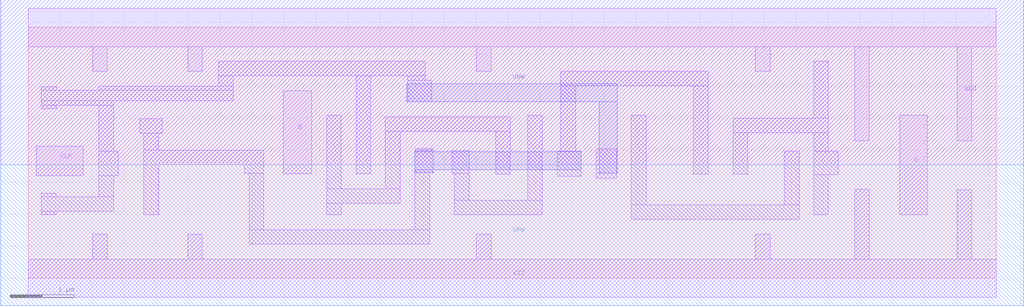
<source format=lef>
VERSION 5.7 ;
  NOWIREEXTENSIONATPIN ON ;
  DIVIDERCHAR "/" ;
  BUSBITCHARS "[]" ;
MACRO gf180mcu_as_sc_mcu7t3v3__and2_2
  CLASS CORE ;
  FOREIGN gf180mcu_as_sc_mcu7t3v3__and2_2 ;
  ORIGIN 0.000 0.000 ;
  SIZE 3.920 BY 3.920 ;
  SYMMETRY X Y ;
  SITE unithd ;
  PIN VDD
    DIRECTION INOUT ;
    USE POWER ;
    SHAPE ABUTMENT ;
    PORT
      LAYER Metal1 ;
        RECT 0.000 3.620 3.920 4.220 ;
        RECT 0.205 3.230 0.435 3.620 ;
        RECT 1.805 3.230 2.035 3.620 ;
        RECT 3.405 2.150 3.635 3.620 ;
    END
  END VDD
  PIN VNW
    DIRECTION INOUT ;
    USE POWER ;
    PORT
      LAYER Nwell ;
        RECT -0.430 1.770 4.350 4.350 ;
    END
  END VNW
  PIN VPW
    DIRECTION INOUT ;
    USE GROUND ;
    PORT
      LAYER Pwell ;
        RECT -0.430 -0.430 4.350 1.770 ;
    END
  END VPW
  PIN VSS
    DIRECTION INOUT ;
    USE GROUND ;
    SHAPE ABUTMENT ;
    PORT
      LAYER Metal1 ;
        RECT 1.805 0.300 2.035 0.690 ;
        RECT 3.405 0.300 3.635 1.450 ;
        RECT 0.000 -0.300 3.920 0.300 ;
    END
  END VSS
  PIN B
    DIRECTION INPUT ;
    USE SIGNAL ;
    ANTENNAGATEAREA 0.666400 ;
    PORT
      LAYER Metal1 ;
        RECT 1.255 1.555 1.660 2.540 ;
    END
  END B
  PIN A
    DIRECTION INPUT ;
    USE SIGNAL ;
    ANTENNAGATEAREA 0.666400 ;
    PORT
      LAYER Metal1 ;
        RECT 0.205 1.560 0.860 1.985 ;
    END
  END A
  PIN Y
    DIRECTION OUTPUT ;
    USE SIGNAL ;
    ANTENNADIFFAREA 1.237600 ;
    PORT
      LAYER Metal1 ;
        RECT 2.605 0.920 3.035 3.390 ;
    END
  END Y
  OBS
      LAYER Metal1 ;
        RECT 0.950 2.770 2.120 3.000 ;
        RECT 1.890 1.980 2.120 2.770 ;
        RECT 1.890 1.555 2.195 1.980 ;
        RECT 0.205 1.150 0.435 1.240 ;
        RECT 1.890 1.150 2.120 1.555 ;
        RECT 0.205 0.920 2.120 1.150 ;
        RECT 0.205 0.860 0.435 0.920 ;
  END
END gf180mcu_as_sc_mcu7t3v3__and2_2


VERSION 5.7 ;
  NOWIREEXTENSIONATPIN ON ;
  DIVIDERCHAR "/" ;
  BUSBITCHARS "[]" ;
MACRO gf180mcu_as_sc_mcu7t3v3__and2_4
  CLASS CORE ;
  FOREIGN gf180mcu_as_sc_mcu7t3v3__and2_4 ;
  ORIGIN 0.000 0.000 ;
  SIZE 5.600 BY 3.920 ;
  SYMMETRY X Y ;
  SITE unithd ;
  PIN VDD
    DIRECTION INOUT ;
    USE POWER ;
    SHAPE ABUTMENT ;
    PORT
      LAYER Metal1 ;
        RECT 0.000 3.620 5.600 4.220 ;
        RECT 0.205 3.230 0.435 3.620 ;
        RECT 1.805 3.230 2.035 3.620 ;
        RECT 3.405 2.150 3.635 3.620 ;
        RECT 5.005 2.150 5.235 3.620 ;
    END
  END VDD
  PIN VNW
    DIRECTION INOUT ;
    USE POWER ;
    PORT
      LAYER Nwell ;
        RECT -0.430 1.770 6.030 4.350 ;
    END
  END VNW
  PIN VPW
    DIRECTION INOUT ;
    USE GROUND ;
    PORT
      LAYER Pwell ;
        RECT -0.430 -0.430 6.030 1.770 ;
    END
  END VPW
  PIN VSS
    DIRECTION INOUT ;
    USE GROUND ;
    SHAPE ABUTMENT ;
    PORT
      LAYER Metal1 ;
        RECT 1.805 0.300 2.035 0.690 ;
        RECT 3.405 0.300 3.635 1.450 ;
        RECT 5.005 0.300 5.235 1.450 ;
        RECT 0.000 -0.300 5.600 0.300 ;
    END
  END VSS
  PIN B
    DIRECTION INPUT ;
    USE SIGNAL ;
    ANTENNAGATEAREA 0.666400 ;
    PORT
      LAYER Metal1 ;
        RECT 1.255 1.555 1.660 2.540 ;
    END
  END B
  PIN A
    DIRECTION INPUT ;
    USE SIGNAL ;
    ANTENNAGATEAREA 0.666400 ;
    PORT
      LAYER Metal1 ;
        RECT 0.205 1.560 0.860 1.985 ;
    END
  END A
  PIN Y
    DIRECTION OUTPUT ;
    USE SIGNAL ;
    ANTENNADIFFAREA 2.475200 ;
    PORT
      LAYER Metal1 ;
        RECT 2.605 1.920 2.835 3.390 ;
        RECT 4.205 1.920 4.600 3.390 ;
        RECT 2.605 1.690 4.600 1.920 ;
        RECT 2.605 0.920 2.835 1.690 ;
        RECT 4.205 0.920 4.600 1.690 ;
    END
  END Y
  OBS
      LAYER Metal1 ;
        RECT 0.950 2.770 2.120 3.000 ;
        RECT 1.890 1.980 2.120 2.770 ;
        RECT 1.890 1.555 2.195 1.980 ;
        RECT 0.205 1.150 0.435 1.240 ;
        RECT 1.890 1.150 2.120 1.555 ;
        RECT 0.205 0.920 2.120 1.150 ;
        RECT 0.205 0.860 0.435 0.920 ;
  END
END gf180mcu_as_sc_mcu7t3v3__and2_4


VERSION 5.7 ;
  NOWIREEXTENSIONATPIN ON ;
  DIVIDERCHAR "/" ;
  BUSBITCHARS "[]" ;
MACRO gf180mcu_as_sc_mcu7t3v3__ao21_2
  CLASS CORE ;
  FOREIGN gf180mcu_as_sc_mcu7t3v3__ao21_2 ;
  ORIGIN 0.000 0.000 ;
  SIZE 5.600 BY 3.920 ;
  SYMMETRY X Y ;
  SITE unithd ;
  PIN VDD
    DIRECTION INOUT ;
    USE POWER ;
    SHAPE ABUTMENT ;
    PORT
      LAYER Metal1 ;
        RECT 0.000 3.620 5.600 4.220 ;
        RECT 1.005 3.230 1.235 3.620 ;
        RECT 3.245 2.145 3.475 3.620 ;
        RECT 4.930 2.145 5.160 3.620 ;
    END
  END VDD
  PIN VNW
    DIRECTION INOUT ;
    USE POWER ;
    PORT
      LAYER Nwell ;
        RECT -0.430 1.770 6.030 4.350 ;
    END
  END VNW
  PIN VPW
    DIRECTION INOUT ;
    USE GROUND ;
    PORT
      LAYER Pwell ;
        RECT -0.430 -0.430 6.030 1.770 ;
    END
  END VPW
  PIN VSS
    DIRECTION INOUT ;
    USE GROUND ;
    SHAPE ABUTMENT ;
    PORT
      LAYER Metal1 ;
        RECT 0.205 0.300 0.435 0.690 ;
        RECT 2.605 0.300 3.475 0.690 ;
        RECT 4.930 0.300 5.160 1.380 ;
        RECT 0.000 -0.300 5.600 0.300 ;
    END
  END VSS
  PIN Y
    DIRECTION OUTPUT ;
    USE SIGNAL ;
    ANTENNADIFFAREA 1.439900 ;
    PORT
      LAYER Metal1 ;
        RECT 4.130 0.990 4.450 3.380 ;
    END
  END Y
  PIN A
    DIRECTION INPUT ;
    USE SIGNAL ;
    ANTENNAGATEAREA 0.666400 ;
    PORT
      LAYER Metal1 ;
        RECT 0.400 1.580 0.860 2.360 ;
    END
  END A
  PIN B
    DIRECTION INPUT ;
    USE SIGNAL ;
    ANTENNAGATEAREA 0.666400 ;
    PORT
      LAYER Metal1 ;
        RECT 1.200 1.580 1.660 1.965 ;
    END
  END B
  PIN C
    DIRECTION INPUT ;
    USE SIGNAL ;
    ANTENNAGATEAREA 0.666400 ;
    PORT
      LAYER Metal1 ;
        RECT 2.000 1.580 2.460 1.965 ;
    END
  END C
  OBS
      LAYER Metal1 ;
        RECT 0.205 2.975 0.435 3.100 ;
        RECT 1.805 2.975 2.035 3.045 ;
        RECT 0.205 2.745 2.035 2.975 ;
        RECT 0.205 2.665 0.435 2.745 ;
        RECT 1.805 2.670 2.035 2.745 ;
        RECT 2.605 2.475 2.835 3.390 ;
        RECT 2.605 2.225 2.925 2.475 ;
        RECT 2.695 1.885 2.925 2.225 ;
        RECT 2.695 1.655 3.900 1.885 ;
        RECT 2.695 1.240 2.925 1.655 ;
        RECT 1.745 1.010 2.925 1.240 ;
  END
END gf180mcu_as_sc_mcu7t3v3__ao21_2


VERSION 5.7 ;
  NOWIREEXTENSIONATPIN ON ;
  DIVIDERCHAR "/" ;
  BUSBITCHARS "[]" ;
MACRO gf180mcu_as_sc_mcu7t3v3__ao21_4
  CLASS CORE ;
  FOREIGN gf180mcu_as_sc_mcu7t3v3__ao21_4 ;
  ORIGIN 0.000 0.000 ;
  SIZE 7.280 BY 3.920 ;
  SYMMETRY X Y ;
  SITE unithd ;
  PIN VDD
    DIRECTION INOUT ;
    USE POWER ;
    SHAPE ABUTMENT ;
    PORT
      LAYER Metal1 ;
        RECT 0.000 3.620 7.280 4.220 ;
        RECT 1.005 3.230 1.235 3.620 ;
        RECT 3.245 2.145 3.475 3.620 ;
        RECT 4.930 2.145 5.160 3.620 ;
        RECT 6.530 2.145 6.760 3.620 ;
    END
  END VDD
  PIN VNW
    DIRECTION INOUT ;
    USE POWER ;
    PORT
      LAYER Nwell ;
        RECT -0.430 1.770 7.710 4.350 ;
    END
  END VNW
  PIN VPW
    DIRECTION INOUT ;
    USE GROUND ;
    PORT
      LAYER Pwell ;
        RECT -0.430 -0.430 7.710 1.770 ;
    END
  END VPW
  PIN VSS
    DIRECTION INOUT ;
    USE GROUND ;
    SHAPE ABUTMENT ;
    PORT
      LAYER Metal1 ;
        RECT 0.205 0.300 0.435 0.690 ;
        RECT 2.605 0.300 3.475 0.690 ;
        RECT 4.930 0.300 5.160 1.380 ;
        RECT 6.530 0.300 6.760 1.380 ;
        RECT 0.000 -0.300 7.280 0.300 ;
    END
  END VSS
  PIN Y
    DIRECTION OUTPUT ;
    USE SIGNAL ;
    ANTENNADIFFAREA 2.677500 ;
    PORT
      LAYER Metal1 ;
        RECT 4.130 1.890 4.450 3.380 ;
        RECT 5.730 1.890 6.050 3.380 ;
        RECT 4.130 1.660 6.050 1.890 ;
        RECT 4.130 0.990 4.450 1.660 ;
        RECT 5.730 0.990 6.050 1.660 ;
    END
  END Y
  PIN A
    DIRECTION INPUT ;
    USE SIGNAL ;
    ANTENNAGATEAREA 0.666400 ;
    PORT
      LAYER Metal1 ;
        RECT 0.400 1.580 0.860 2.360 ;
    END
  END A
  PIN B
    DIRECTION INPUT ;
    USE SIGNAL ;
    ANTENNAGATEAREA 0.666400 ;
    PORT
      LAYER Metal1 ;
        RECT 1.200 1.580 1.660 1.965 ;
    END
  END B
  PIN C
    DIRECTION INPUT ;
    USE SIGNAL ;
    ANTENNAGATEAREA 0.666400 ;
    PORT
      LAYER Metal1 ;
        RECT 2.000 1.580 2.460 1.965 ;
    END
  END C
  OBS
      LAYER Metal1 ;
        RECT 0.205 2.975 0.435 3.100 ;
        RECT 1.805 2.975 2.035 3.045 ;
        RECT 0.205 2.745 2.035 2.975 ;
        RECT 0.205 2.665 0.435 2.745 ;
        RECT 1.805 2.670 2.035 2.745 ;
        RECT 2.605 2.475 2.835 3.390 ;
        RECT 2.605 2.225 2.925 2.475 ;
        RECT 2.695 1.885 2.925 2.225 ;
        RECT 2.695 1.655 3.900 1.885 ;
        RECT 2.695 1.240 2.925 1.655 ;
        RECT 1.745 1.010 2.925 1.240 ;
  END
END gf180mcu_as_sc_mcu7t3v3__ao21_4


VERSION 5.7 ;
  NOWIREEXTENSIONATPIN ON ;
  DIVIDERCHAR "/" ;
  BUSBITCHARS "[]" ;
MACRO gf180mcu_as_sc_mcu7t3v3__ao22_2
  CLASS CORE ;
  FOREIGN gf180mcu_as_sc_mcu7t3v3__ao22_2 ;
  ORIGIN 0.000 0.000 ;
  SIZE 6.160 BY 3.920 ;
  SYMMETRY X Y ;
  SITE unithd ;
  PIN VDD
    DIRECTION INOUT ;
    USE POWER ;
    SHAPE ABUTMENT ;
    PORT
      LAYER Metal1 ;
        RECT 0.000 3.620 6.160 4.220 ;
        RECT 2.445 3.230 2.675 3.620 ;
        RECT 4.045 3.230 4.275 3.620 ;
        RECT 5.645 2.155 5.875 3.620 ;
    END
  END VDD
  PIN VNW
    DIRECTION INOUT ;
    USE POWER ;
    PORT
      LAYER Nwell ;
        RECT -0.430 1.770 6.590 4.350 ;
    END
  END VNW
  PIN VPW
    DIRECTION INOUT ;
    USE GROUND ;
    PORT
      LAYER Pwell ;
        RECT -0.430 -0.430 6.590 1.770 ;
    END
  END VPW
  PIN VSS
    DIRECTION INOUT ;
    USE GROUND ;
    SHAPE ABUTMENT ;
    PORT
      LAYER Metal1 ;
        RECT 0.205 0.300 0.435 0.690 ;
        RECT 4.045 0.300 4.275 0.690 ;
        RECT 5.645 0.300 5.875 1.385 ;
        RECT 0.000 -0.300 6.160 0.300 ;
    END
  END VSS
  PIN A
    DIRECTION INPUT ;
    USE SIGNAL ;
    ANTENNAGATEAREA 0.666400 ;
    PORT
      LAYER Metal1 ;
        RECT 0.335 1.560 0.860 2.010 ;
    END
  END A
  PIN B
    DIRECTION INPUT ;
    USE SIGNAL ;
    ANTENNAGATEAREA 0.666400 ;
    PORT
      LAYER Metal1 ;
        RECT 1.265 1.560 1.790 2.010 ;
    END
  END B
  PIN C
    DIRECTION INPUT ;
    USE SIGNAL ;
    ANTENNAGATEAREA 0.666400 ;
    PORT
      LAYER Metal1 ;
        RECT 2.390 1.560 2.915 2.010 ;
    END
  END C
  PIN D
    DIRECTION INPUT ;
    USE SIGNAL ;
    ANTENNAGATEAREA 0.666400 ;
    PORT
      LAYER Metal1 ;
        RECT 3.495 1.560 4.020 2.010 ;
    END
  END D
  PIN Y
    DIRECTION OUTPUT ;
    USE SIGNAL ;
    ANTENNADIFFAREA 1.237600 ;
    PORT
      LAYER Metal1 ;
        RECT 4.845 0.980 5.180 3.390 ;
    END
  END Y
  OBS
      LAYER Metal1 ;
        RECT 0.205 3.160 2.090 3.390 ;
        RECT 0.205 2.470 0.435 3.160 ;
        RECT 3.245 2.930 3.475 3.160 ;
        RECT 0.900 2.700 3.475 2.930 ;
        RECT 0.205 2.240 4.590 2.470 ;
        RECT 4.360 1.245 4.590 2.240 ;
        RECT 3.250 1.015 4.590 1.245 ;
        RECT 3.250 0.760 3.480 1.015 ;
        RECT 1.635 0.530 3.480 0.760 ;
  END
END gf180mcu_as_sc_mcu7t3v3__ao22_2


VERSION 5.7 ;
  NOWIREEXTENSIONATPIN ON ;
  DIVIDERCHAR "/" ;
  BUSBITCHARS "[]" ;
MACRO gf180mcu_as_sc_mcu7t3v3__ao22_4
  CLASS CORE ;
  FOREIGN gf180mcu_as_sc_mcu7t3v3__ao22_4 ;
  ORIGIN 0.000 0.000 ;
  SIZE 7.840 BY 3.920 ;
  SYMMETRY X Y ;
  SITE unithd ;
  PIN VDD
    DIRECTION INOUT ;
    USE POWER ;
    SHAPE ABUTMENT ;
    PORT
      LAYER Metal1 ;
        RECT 0.000 3.620 7.840 4.220 ;
        RECT 2.445 3.230 2.675 3.620 ;
        RECT 4.045 3.230 4.275 3.620 ;
        RECT 5.645 2.155 5.875 3.620 ;
        RECT 7.245 2.155 7.475 3.620 ;
    END
  END VDD
  PIN VNW
    DIRECTION INOUT ;
    USE POWER ;
    PORT
      LAYER Nwell ;
        RECT -0.430 1.770 8.270 4.350 ;
    END
  END VNW
  PIN VPW
    DIRECTION INOUT ;
    USE GROUND ;
    PORT
      LAYER Pwell ;
        RECT -0.430 -0.430 8.270 1.770 ;
    END
  END VPW
  PIN VSS
    DIRECTION INOUT ;
    USE GROUND ;
    SHAPE ABUTMENT ;
    PORT
      LAYER Metal1 ;
        RECT 0.205 0.300 0.435 0.690 ;
        RECT 4.045 0.300 4.275 0.690 ;
        RECT 5.645 0.300 5.875 1.385 ;
        RECT 7.245 0.300 7.475 1.385 ;
        RECT 0.000 -0.300 7.840 0.300 ;
    END
  END VSS
  PIN A
    DIRECTION INPUT ;
    USE SIGNAL ;
    ANTENNAGATEAREA 0.666400 ;
    PORT
      LAYER Metal1 ;
        RECT 0.335 1.560 0.860 2.010 ;
    END
  END A
  PIN B
    DIRECTION INPUT ;
    USE SIGNAL ;
    ANTENNAGATEAREA 0.666400 ;
    PORT
      LAYER Metal1 ;
        RECT 1.265 1.560 1.790 2.010 ;
    END
  END B
  PIN C
    DIRECTION INPUT ;
    USE SIGNAL ;
    ANTENNAGATEAREA 0.666400 ;
    PORT
      LAYER Metal1 ;
        RECT 2.390 1.560 2.915 2.010 ;
    END
  END C
  PIN D
    DIRECTION INPUT ;
    USE SIGNAL ;
    ANTENNAGATEAREA 0.666400 ;
    PORT
      LAYER Metal1 ;
        RECT 3.495 1.560 4.020 2.010 ;
    END
  END D
  PIN Y
    DIRECTION OUTPUT ;
    USE SIGNAL ;
    ANTENNADIFFAREA 2.475200 ;
    PORT
      LAYER Metal1 ;
        RECT 4.845 1.880 5.180 3.390 ;
        RECT 6.445 1.880 6.780 3.390 ;
        RECT 4.845 1.650 6.780 1.880 ;
        RECT 4.845 0.980 5.180 1.650 ;
        RECT 6.445 0.980 6.780 1.650 ;
    END
  END Y
  OBS
      LAYER Metal1 ;
        RECT 0.205 3.160 2.090 3.390 ;
        RECT 0.205 2.470 0.435 3.160 ;
        RECT 3.245 2.930 3.475 3.160 ;
        RECT 0.900 2.700 3.475 2.930 ;
        RECT 0.205 2.240 4.590 2.470 ;
        RECT 4.360 1.245 4.590 2.240 ;
        RECT 3.250 1.015 4.590 1.245 ;
        RECT 3.250 0.760 3.480 1.015 ;
        RECT 1.635 0.530 3.480 0.760 ;
  END
END gf180mcu_as_sc_mcu7t3v3__ao22_4


VERSION 5.7 ;
  NOWIREEXTENSIONATPIN ON ;
  DIVIDERCHAR "/" ;
  BUSBITCHARS "[]" ;
MACRO gf180mcu_as_sc_mcu7t3v3__ao31_2
  CLASS CORE ;
  FOREIGN gf180mcu_as_sc_mcu7t3v3__ao31_2 ;
  ORIGIN 0.000 0.000 ;
  SIZE 5.600 BY 3.920 ;
  SYMMETRY X Y ;
  SITE unithd ;
  PIN VDD
    DIRECTION INOUT ;
    USE POWER ;
    SHAPE ABUTMENT ;
    PORT
      LAYER Metal1 ;
        RECT 0.000 3.620 5.600 4.220 ;
        RECT 1.805 3.230 2.035 3.620 ;
        RECT 3.405 3.230 3.635 3.620 ;
        RECT 5.005 2.180 5.235 3.620 ;
    END
  END VDD
  PIN VNW
    DIRECTION INOUT ;
    USE POWER ;
    PORT
      LAYER Nwell ;
        RECT -0.430 1.770 6.030 4.350 ;
    END
  END VNW
  PIN VPW
    DIRECTION INOUT ;
    USE GROUND ;
    PORT
      LAYER Pwell ;
        RECT -0.430 -0.430 6.030 1.770 ;
    END
  END VPW
  PIN VSS
    DIRECTION INOUT ;
    USE GROUND ;
    SHAPE ABUTMENT ;
    PORT
      LAYER Metal1 ;
        RECT 0.205 0.300 0.435 0.690 ;
        RECT 3.405 0.300 3.635 0.690 ;
        RECT 5.005 0.300 5.235 1.370 ;
        RECT 0.000 -0.300 5.600 0.300 ;
    END
  END VSS
  PIN D
    DIRECTION INPUT ;
    USE SIGNAL ;
    ANTENNAGATEAREA 0.666400 ;
    PORT
      LAYER Metal1 ;
        RECT 0.665 1.585 1.085 2.435 ;
    END
  END D
  PIN A
    DIRECTION INPUT ;
    USE SIGNAL ;
    ANTENNAGATEAREA 0.666400 ;
    PORT
      LAYER Metal1 ;
        RECT 1.380 1.585 1.800 2.435 ;
    END
  END A
  PIN B
    DIRECTION INPUT ;
    USE SIGNAL ;
    ANTENNAGATEAREA 0.666400 ;
    PORT
      LAYER Metal1 ;
        RECT 2.180 1.150 2.600 2.000 ;
    END
  END B
  PIN C
    DIRECTION INPUT ;
    USE SIGNAL ;
    ANTENNAGATEAREA 0.666400 ;
    PORT
      LAYER Metal1 ;
        RECT 2.980 1.585 3.320 2.105 ;
    END
  END C
  PIN Y
    DIRECTION OUTPUT ;
    USE SIGNAL ;
    ANTENNADIFFAREA 1.237600 ;
    PORT
      LAYER Metal1 ;
        RECT 4.205 0.990 4.545 3.390 ;
    END
  END Y
  OBS
      LAYER Metal1 ;
        RECT 0.205 1.150 0.435 3.390 ;
        RECT 0.950 2.770 2.900 3.000 ;
        RECT 3.745 1.915 3.975 1.970 ;
        RECT 3.630 1.630 3.975 1.915 ;
        RECT 3.630 1.150 3.860 1.630 ;
        RECT 0.205 0.920 1.235 1.150 ;
        RECT 1.005 0.760 1.235 0.920 ;
        RECT 2.945 0.920 3.860 1.150 ;
        RECT 2.945 0.760 3.175 0.920 ;
        RECT 1.005 0.530 3.175 0.760 ;
  END
END gf180mcu_as_sc_mcu7t3v3__ao31_2


VERSION 5.7 ;
  NOWIREEXTENSIONATPIN ON ;
  DIVIDERCHAR "/" ;
  BUSBITCHARS "[]" ;
MACRO gf180mcu_as_sc_mcu7t3v3__ao31_4
  CLASS CORE ;
  FOREIGN gf180mcu_as_sc_mcu7t3v3__ao31_4 ;
  ORIGIN 0.000 0.000 ;
  SIZE 7.280 BY 3.920 ;
  SYMMETRY X Y ;
  SITE unithd ;
  PIN VDD
    DIRECTION INOUT ;
    USE POWER ;
    SHAPE ABUTMENT ;
    PORT
      LAYER Metal1 ;
        RECT 0.000 3.620 7.280 4.220 ;
        RECT 1.805 3.230 2.035 3.620 ;
        RECT 3.405 3.230 3.635 3.620 ;
        RECT 5.005 2.180 5.235 3.620 ;
        RECT 6.605 2.180 6.835 3.620 ;
    END
  END VDD
  PIN VNW
    DIRECTION INOUT ;
    USE POWER ;
    PORT
      LAYER Nwell ;
        RECT -0.430 1.770 7.710 4.350 ;
    END
  END VNW
  PIN VPW
    DIRECTION INOUT ;
    USE GROUND ;
    PORT
      LAYER Pwell ;
        RECT -0.430 -0.430 7.710 1.770 ;
    END
  END VPW
  PIN VSS
    DIRECTION INOUT ;
    USE GROUND ;
    SHAPE ABUTMENT ;
    PORT
      LAYER Metal1 ;
        RECT 0.205 0.300 0.435 0.690 ;
        RECT 3.405 0.300 3.635 0.690 ;
        RECT 5.005 0.300 5.235 1.370 ;
        RECT 6.605 0.300 6.835 1.370 ;
        RECT 0.000 -0.300 7.280 0.300 ;
    END
  END VSS
  PIN D
    DIRECTION INPUT ;
    USE SIGNAL ;
    ANTENNAGATEAREA 0.666400 ;
    PORT
      LAYER Metal1 ;
        RECT 0.665 1.585 1.085 2.435 ;
    END
  END D
  PIN A
    DIRECTION INPUT ;
    USE SIGNAL ;
    ANTENNAGATEAREA 0.666400 ;
    PORT
      LAYER Metal1 ;
        RECT 1.380 1.585 1.800 2.435 ;
    END
  END A
  PIN B
    DIRECTION INPUT ;
    USE SIGNAL ;
    ANTENNAGATEAREA 0.666400 ;
    PORT
      LAYER Metal1 ;
        RECT 2.180 1.150 2.600 2.000 ;
    END
  END B
  PIN C
    DIRECTION INPUT ;
    USE SIGNAL ;
    ANTENNAGATEAREA 0.666400 ;
    PORT
      LAYER Metal1 ;
        RECT 2.980 1.585 3.320 2.105 ;
    END
  END C
  PIN Y
    DIRECTION OUTPUT ;
    USE SIGNAL ;
    ANTENNADIFFAREA 2.475200 ;
    PORT
      LAYER Metal1 ;
        RECT 4.205 1.910 4.545 3.390 ;
        RECT 5.805 1.910 6.145 3.390 ;
        RECT 4.205 1.680 6.145 1.910 ;
        RECT 4.205 0.990 4.545 1.680 ;
        RECT 5.805 0.990 6.145 1.680 ;
    END
  END Y
  OBS
      LAYER Metal1 ;
        RECT 0.205 1.150 0.435 3.390 ;
        RECT 0.950 2.770 2.900 3.000 ;
        RECT 3.745 1.915 3.975 1.970 ;
        RECT 3.630 1.630 3.975 1.915 ;
        RECT 3.630 1.150 3.860 1.630 ;
        RECT 0.205 0.920 1.235 1.150 ;
        RECT 1.005 0.760 1.235 0.920 ;
        RECT 2.945 0.920 3.860 1.150 ;
        RECT 2.945 0.760 3.175 0.920 ;
        RECT 1.005 0.530 3.175 0.760 ;
  END
END gf180mcu_as_sc_mcu7t3v3__ao31_4


VERSION 5.7 ;
  NOWIREEXTENSIONATPIN ON ;
  DIVIDERCHAR "/" ;
  BUSBITCHARS "[]" ;
MACRO gf180mcu_as_sc_mcu7t3v3__aoi21_2
  CLASS CORE ;
  FOREIGN gf180mcu_as_sc_mcu7t3v3__aoi21_2 ;
  ORIGIN 0.000 0.000 ;
  SIZE 5.600 BY 3.920 ;
  SYMMETRY X Y ;
  SITE unithd ;
  PIN VDD
    DIRECTION INOUT ;
    USE POWER ;
    SHAPE ABUTMENT ;
    PORT
      LAYER Metal1 ;
        RECT 0.000 3.620 5.600 4.220 ;
        RECT 1.005 3.230 1.235 3.620 ;
        RECT 2.605 3.230 2.835 3.620 ;
    END
  END VDD
  PIN VNW
    DIRECTION INOUT ;
    USE POWER ;
    PORT
      LAYER Nwell ;
        RECT -0.430 1.770 6.030 4.350 ;
    END
  END VNW
  PIN VPW
    DIRECTION INOUT ;
    USE GROUND ;
    PORT
      LAYER Pwell ;
        RECT -0.430 -0.430 6.030 1.770 ;
    END
  END VPW
  PIN VSS
    DIRECTION INOUT ;
    USE GROUND ;
    SHAPE ABUTMENT ;
    PORT
      LAYER Metal1 ;
        RECT 0.205 0.300 0.435 0.690 ;
        RECT 3.405 0.300 3.635 0.690 ;
        RECT 5.005 0.300 5.235 0.690 ;
        RECT 0.000 -0.300 5.600 0.300 ;
    END
  END VSS
  PIN Y
    DIRECTION OUTPUT ;
    USE SIGNAL ;
    ANTENNADIFFAREA 1.757600 ;
    PORT
      LAYER Metal1 ;
        RECT 4.145 1.255 4.435 2.620 ;
        RECT 1.680 1.025 4.490 1.255 ;
    END
  END Y
  PIN C
    DIRECTION INPUT ;
    USE SIGNAL ;
    ANTENNAGATEAREA 1.332800 ;
    PORT
      LAYER Metal1 ;
        RECT 4.735 1.565 5.125 2.310 ;
    END
  END C
  PIN B
    DIRECTION INPUT ;
    USE SIGNAL ;
    ANTENNAGATEAREA 1.332800 ;
    PORT
      LAYER Metal1 ;
        RECT 1.380 1.590 2.460 1.950 ;
    END
  END B
  PIN A
    DIRECTION INPUT ;
    USE SIGNAL ;
    ANTENNAGATEAREA 1.332800 ;
    PORT
      LAYER Metal1 ;
        RECT 0.645 2.310 3.090 2.540 ;
        RECT 0.645 1.955 0.875 2.310 ;
        RECT 0.455 1.590 0.875 1.955 ;
        RECT 2.860 1.930 3.090 2.310 ;
        RECT 2.860 1.570 3.265 1.930 ;
    END
  END A
  OBS
      LAYER Metal1 ;
        RECT 3.405 3.160 5.235 3.390 ;
        RECT 0.205 3.000 0.435 3.080 ;
        RECT 3.405 3.000 3.635 3.160 ;
        RECT 0.205 2.770 3.635 3.000 ;
        RECT 5.005 2.970 5.235 3.160 ;
        RECT 0.205 2.695 0.435 2.770 ;
  END
END gf180mcu_as_sc_mcu7t3v3__aoi21_2


VERSION 5.7 ;
  NOWIREEXTENSIONATPIN ON ;
  DIVIDERCHAR "/" ;
  BUSBITCHARS "[]" ;
MACRO gf180mcu_as_sc_mcu7t3v3__aoi21_4
  CLASS CORE ;
  FOREIGN gf180mcu_as_sc_mcu7t3v3__aoi21_4 ;
  ORIGIN 0.000 0.000 ;
  SIZE 10.640 BY 3.920 ;
  SYMMETRY X Y ;
  SITE unithd ;
  PIN VDD
    DIRECTION INOUT ;
    USE POWER ;
    SHAPE ABUTMENT ;
    PORT
      LAYER Metal1 ;
        RECT 0.000 3.620 10.640 4.220 ;
        RECT 4.205 3.230 4.435 3.620 ;
        RECT 5.805 3.230 6.035 3.620 ;
        RECT 7.405 3.230 7.635 3.620 ;
        RECT 9.005 3.230 9.235 3.620 ;
    END
  END VDD
  PIN VNW
    DIRECTION INOUT ;
    USE POWER ;
    PORT
      LAYER Nwell ;
        RECT -0.430 1.770 11.070 4.350 ;
    END
  END VNW
  PIN VPW
    DIRECTION INOUT ;
    USE GROUND ;
    PORT
      LAYER Pwell ;
        RECT -0.430 -0.430 11.070 1.770 ;
    END
  END VPW
  PIN VSS
    DIRECTION INOUT ;
    USE GROUND ;
    SHAPE ABUTMENT ;
    PORT
      LAYER Metal1 ;
        RECT 0.205 0.300 0.435 0.690 ;
        RECT 1.805 0.300 2.035 0.690 ;
        RECT 3.405 0.300 3.635 0.690 ;
        RECT 8.205 0.300 8.435 0.690 ;
        RECT 9.805 0.300 10.035 1.370 ;
        RECT 0.000 -0.300 10.640 0.300 ;
    END
  END VSS
  PIN Y
    DIRECTION OUTPUT ;
    USE SIGNAL ;
    ANTENNADIFFAREA 3.515200 ;
    PORT
      LAYER Metal1 ;
        RECT 0.935 2.265 3.095 2.495 ;
        RECT 2.750 1.275 3.095 2.265 ;
        RECT 0.805 1.045 6.895 1.275 ;
    END
  END Y
  PIN C
    DIRECTION INPUT ;
    USE SIGNAL ;
    ANTENNAGATEAREA 2.665600 ;
    PORT
      LAYER Metal1 ;
        RECT 0.380 1.590 2.520 1.955 ;
    END
  END C
  PIN B
    DIRECTION INPUT ;
    USE SIGNAL ;
    ANTENNAGATEAREA 2.665600 ;
    PORT
      LAYER Metal1 ;
        RECT 3.760 2.310 8.010 2.540 ;
        RECT 3.760 1.955 3.990 2.310 ;
        RECT 3.565 1.590 3.990 1.955 ;
        RECT 7.780 1.955 8.010 2.310 ;
        RECT 7.780 1.590 9.660 1.955 ;
    END
  END B
  PIN A
    DIRECTION INPUT ;
    USE SIGNAL ;
    ANTENNAGATEAREA 2.665600 ;
    PORT
      LAYER Metal1 ;
        RECT 4.580 1.590 7.260 1.955 ;
    END
  END A
  OBS
      LAYER Metal1 ;
        RECT 0.205 3.105 3.690 3.335 ;
        RECT 0.205 2.870 0.435 3.105 ;
        RECT 3.460 3.000 3.690 3.105 ;
        RECT 9.805 3.000 10.035 3.300 ;
        RECT 3.460 2.770 10.035 3.000 ;
        RECT 7.405 0.990 9.235 1.220 ;
        RECT 7.405 0.760 7.635 0.990 ;
        RECT 4.100 0.530 7.635 0.760 ;
        RECT 9.005 0.655 9.235 0.990 ;
  END
END gf180mcu_as_sc_mcu7t3v3__aoi21_4


VERSION 5.7 ;
  NOWIREEXTENSIONATPIN ON ;
  DIVIDERCHAR "/" ;
  BUSBITCHARS "[]" ;
MACRO gf180mcu_as_sc_mcu7t3v3__aoi22_2
  CLASS CORE ;
  FOREIGN gf180mcu_as_sc_mcu7t3v3__aoi22_2 ;
  ORIGIN 0.000 0.000 ;
  SIZE 7.840 BY 3.920 ;
  SYMMETRY X Y ;
  SITE unithd ;
  PIN VDD
    DIRECTION INOUT ;
    USE POWER ;
    SHAPE ABUTMENT ;
    PORT
      LAYER Metal1 ;
        RECT 0.000 3.620 7.840 4.220 ;
        RECT 4.880 3.230 5.110 3.620 ;
        RECT 6.480 3.230 6.710 3.620 ;
    END
  END VDD
  PIN VNW
    DIRECTION INOUT ;
    USE POWER ;
    PORT
      LAYER Nwell ;
        RECT -0.430 1.770 8.270 4.350 ;
    END
  END VNW
  PIN VPW
    DIRECTION INOUT ;
    USE GROUND ;
    PORT
      LAYER Pwell ;
        RECT -0.430 -0.430 8.270 1.770 ;
    END
  END VPW
  PIN VSS
    DIRECTION INOUT ;
    USE GROUND ;
    SHAPE ABUTMENT ;
    PORT
      LAYER Metal1 ;
        RECT 1.005 0.300 1.235 0.690 ;
        RECT 6.480 0.300 6.710 0.690 ;
        RECT 0.000 -0.300 7.840 0.300 ;
    END
  END VSS
  PIN Y
    DIRECTION OUTPUT ;
    USE SIGNAL ;
    ANTENNADIFFAREA 2.972000 ;
    PORT
      LAYER Metal1 ;
        RECT 0.205 2.650 0.435 2.815 ;
        RECT 1.805 2.650 3.720 2.880 ;
        RECT 0.205 2.420 2.035 2.650 ;
        RECT 3.405 2.480 3.720 2.650 ;
        RECT 3.490 2.335 3.720 2.480 ;
        RECT 3.490 1.240 3.930 2.335 ;
        RECT 2.470 1.010 5.190 1.240 ;
    END
  END Y
  PIN A
    DIRECTION INPUT ;
    USE SIGNAL ;
    ANTENNAGATEAREA 1.332800 ;
    PORT
      LAYER Metal1 ;
        RECT 0.580 1.590 1.640 1.965 ;
    END
  END A
  PIN B
    DIRECTION INPUT ;
    USE SIGNAL ;
    ANTENNAGATEAREA 1.332800 ;
    PORT
      LAYER Metal1 ;
        RECT 2.180 1.590 3.260 1.965 ;
    END
  END B
  PIN C
    DIRECTION INPUT ;
    USE SIGNAL ;
    ANTENNAGATEAREA 1.332800 ;
    PORT
      LAYER Metal1 ;
        RECT 4.455 1.590 5.535 1.965 ;
    END
  END C
  PIN D
    DIRECTION INPUT ;
    USE SIGNAL ;
    ANTENNAGATEAREA 1.332800 ;
    PORT
      LAYER Metal1 ;
        RECT 6.055 1.590 7.135 1.965 ;
    END
  END D
  OBS
      LAYER Metal1 ;
        RECT 0.935 3.160 4.310 3.390 ;
        RECT 4.080 2.765 4.310 3.160 ;
        RECT 7.280 2.765 7.510 2.885 ;
        RECT 4.080 2.535 7.510 2.765 ;
        RECT 0.205 1.000 2.035 1.230 ;
        RECT 0.205 0.535 0.435 1.000 ;
        RECT 1.805 0.760 2.035 1.000 ;
        RECT 5.680 1.010 7.565 1.240 ;
        RECT 5.680 0.780 5.910 1.010 ;
        RECT 1.805 0.530 3.690 0.760 ;
        RECT 4.015 0.550 5.910 0.780 ;
  END
END gf180mcu_as_sc_mcu7t3v3__aoi22_2


VERSION 5.7 ;
  NOWIREEXTENSIONATPIN ON ;
  DIVIDERCHAR "/" ;
  BUSBITCHARS "[]" ;
MACRO gf180mcu_as_sc_mcu7t3v3__aoi22_4
  CLASS CORE ;
  FOREIGN gf180mcu_as_sc_mcu7t3v3__aoi22_4 ;
  ORIGIN 0.000 0.000 ;
  SIZE 14.560 BY 3.920 ;
  SYMMETRY X Y ;
  SITE unithd ;
  PIN VDD
    DIRECTION INOUT ;
    USE POWER ;
    SHAPE ABUTMENT ;
    PORT
      LAYER Metal1 ;
        RECT 0.000 3.620 14.560 4.220 ;
        RECT 8.045 3.230 8.275 3.620 ;
        RECT 9.645 3.230 9.875 3.620 ;
        RECT 11.245 3.230 11.475 3.620 ;
        RECT 12.845 3.230 13.075 3.620 ;
    END
  END VDD
  PIN VNW
    DIRECTION INOUT ;
    USE POWER ;
    PORT
      LAYER Nwell ;
        RECT -0.430 1.770 14.990 4.350 ;
    END
  END VNW
  PIN VPW
    DIRECTION INOUT ;
    USE GROUND ;
    PORT
      LAYER Pwell ;
        RECT -0.430 -0.430 14.990 1.770 ;
    END
  END VPW
  PIN VSS
    DIRECTION INOUT ;
    USE GROUND ;
    SHAPE ABUTMENT ;
    PORT
      LAYER Metal1 ;
        RECT 1.005 0.300 1.235 0.690 ;
        RECT 2.605 0.300 2.835 0.690 ;
        RECT 11.245 0.300 11.475 0.690 ;
        RECT 12.845 0.300 13.075 0.690 ;
        RECT 0.000 -0.300 14.560 0.300 ;
    END
  END VSS
  PIN Y
    DIRECTION OUTPUT ;
    USE SIGNAL ;
    ANTENNADIFFAREA 4.950400 ;
    PORT
      LAYER Metal1 ;
        RECT 0.915 2.700 6.135 2.930 ;
        RECT 4.070 1.220 4.435 2.700 ;
        RECT 4.070 0.990 9.940 1.220 ;
    END
  END Y
  PIN A
    DIRECTION INPUT ;
    USE SIGNAL ;
    ANTENNAGATEAREA 2.665600 ;
    PORT
      LAYER Metal1 ;
        RECT 0.490 1.625 3.260 1.920 ;
    END
  END A
  PIN B
    DIRECTION INPUT ;
    USE SIGNAL ;
    ANTENNAGATEAREA 2.665600 ;
    PORT
      LAYER Metal1 ;
        RECT 4.665 1.600 6.460 1.960 ;
    END
  END B
  PIN C
    DIRECTION INPUT ;
    USE SIGNAL ;
    ANTENNAGATEAREA 2.665600 ;
    PORT
      LAYER Metal1 ;
        RECT 7.620 1.630 10.390 1.925 ;
    END
  END C
  PIN D
    DIRECTION INPUT ;
    USE SIGNAL ;
    ANTENNAGATEAREA 2.665600 ;
    PORT
      LAYER Metal1 ;
        RECT 10.820 1.630 13.500 1.925 ;
    END
  END D
  OBS
      LAYER Metal1 ;
        RECT 0.205 3.160 6.890 3.390 ;
        RECT 0.205 2.200 0.435 3.160 ;
        RECT 6.605 2.930 6.835 3.160 ;
        RECT 13.645 2.930 13.875 3.390 ;
        RECT 6.605 2.700 13.875 2.930 ;
        RECT 6.605 2.635 6.835 2.700 ;
        RECT 13.645 2.235 13.875 2.700 ;
        RECT 0.205 1.150 0.435 1.185 ;
        RECT 0.205 0.920 3.635 1.150 ;
        RECT 0.205 0.740 0.435 0.920 ;
        RECT 3.405 0.760 3.635 0.920 ;
        RECT 10.445 0.990 13.875 1.220 ;
        RECT 10.445 0.760 10.675 0.990 ;
        RECT 13.645 0.795 13.875 0.990 ;
        RECT 3.405 0.530 6.895 0.760 ;
        RECT 7.160 0.530 10.675 0.760 ;
  END
END gf180mcu_as_sc_mcu7t3v3__aoi22_4


VERSION 5.7 ;
  NOWIREEXTENSIONATPIN ON ;
  DIVIDERCHAR "/" ;
  BUSBITCHARS "[]" ;
MACRO gf180mcu_as_sc_mcu7t3v3__aoi31_2
  CLASS CORE ;
  FOREIGN gf180mcu_as_sc_mcu7t3v3__aoi31_2 ;
  ORIGIN 0.000 0.000 ;
  SIZE 7.840 BY 3.920 ;
  SYMMETRY X Y ;
  SITE unithd ;
  PIN VDD
    DIRECTION INOUT ;
    USE POWER ;
    SHAPE ABUTMENT ;
    PORT
      LAYER Metal1 ;
        RECT 0.000 3.620 7.840 4.220 ;
        RECT 1.005 3.230 1.235 3.620 ;
        RECT 2.605 3.230 2.835 3.620 ;
        RECT 4.845 3.230 5.075 3.620 ;
    END
  END VDD
  PIN VNW
    DIRECTION INOUT ;
    USE POWER ;
    PORT
      LAYER Nwell ;
        RECT -0.430 1.770 8.270 4.350 ;
    END
  END VNW
  PIN VPW
    DIRECTION INOUT ;
    USE GROUND ;
    PORT
      LAYER Pwell ;
        RECT -0.430 -0.430 8.270 1.770 ;
    END
  END VPW
  PIN VSS
    DIRECTION INOUT ;
    USE GROUND ;
    SHAPE ABUTMENT ;
    PORT
      LAYER Metal1 ;
        RECT 1.005 0.300 1.235 0.690 ;
        RECT 6.450 0.300 6.680 0.690 ;
        RECT 0.000 -0.300 7.840 0.300 ;
    END
  END VSS
  PIN A
    DIRECTION INPUT ;
    USE SIGNAL ;
    ANTENNAGATEAREA 1.332800 ;
    PORT
      LAYER Metal1 ;
        RECT 0.580 1.630 1.660 1.925 ;
    END
  END A
  PIN B
    DIRECTION INPUT ;
    USE SIGNAL ;
    ANTENNAGATEAREA 1.332800 ;
    PORT
      LAYER Metal1 ;
        RECT 2.180 1.630 3.260 1.925 ;
    END
  END B
  PIN C
    DIRECTION INPUT ;
    USE SIGNAL ;
    ANTENNAGATEAREA 1.332800 ;
    PORT
      LAYER Metal1 ;
        RECT 4.420 1.630 5.500 1.925 ;
    END
  END C
  PIN Y
    DIRECTION OUTPUT ;
    USE SIGNAL ;
    ANTENNADIFFAREA 2.124500 ;
    PORT
      LAYER Metal1 ;
        RECT 6.355 2.320 7.015 2.550 ;
        RECT 6.730 1.220 7.015 2.320 ;
        RECT 5.645 0.990 7.535 1.220 ;
        RECT 5.645 0.760 5.875 0.990 ;
        RECT 3.970 0.530 5.875 0.760 ;
    END
  END Y
  PIN D
    DIRECTION INPUT ;
    USE SIGNAL ;
    ANTENNAGATEAREA 1.332800 ;
    PORT
      LAYER Metal1 ;
        RECT 5.910 1.630 6.500 1.925 ;
    END
  END D
  OBS
      LAYER Metal1 ;
        RECT 0.205 2.950 0.435 3.390 ;
        RECT 1.805 2.950 2.035 3.390 ;
        RECT 3.405 2.950 3.635 3.390 ;
        RECT 3.910 2.950 4.140 3.390 ;
        RECT 5.645 3.160 7.480 3.390 ;
        RECT 5.645 2.950 5.875 3.160 ;
        RECT 0.205 2.720 5.875 2.950 ;
        RECT 0.205 2.200 0.435 2.720 ;
        RECT 1.805 2.200 2.035 2.720 ;
        RECT 3.405 2.200 3.635 2.720 ;
        RECT 3.910 2.200 4.140 2.720 ;
        RECT 5.645 2.200 5.875 2.720 ;
        RECT 7.250 2.200 7.480 3.160 ;
        RECT 0.205 1.150 0.435 1.170 ;
        RECT 0.205 0.920 2.035 1.150 ;
        RECT 2.470 0.990 5.130 1.220 ;
        RECT 0.205 0.800 0.435 0.920 ;
        RECT 1.805 0.760 2.035 0.920 ;
        RECT 1.805 0.530 3.695 0.760 ;
  END
END gf180mcu_as_sc_mcu7t3v3__aoi31_2


VERSION 5.7 ;
  NOWIREEXTENSIONATPIN ON ;
  DIVIDERCHAR "/" ;
  BUSBITCHARS "[]" ;
MACRO gf180mcu_as_sc_mcu7t3v3__aoi31_4
  CLASS CORE ;
  FOREIGN gf180mcu_as_sc_mcu7t3v3__aoi31_4 ;
  ORIGIN 0.000 0.000 ;
  SIZE 14.560 BY 3.920 ;
  SYMMETRY X Y ;
  SITE unithd ;
  PIN VDD
    DIRECTION INOUT ;
    USE POWER ;
    SHAPE ABUTMENT ;
    PORT
      LAYER Metal1 ;
        RECT 0.000 3.620 14.560 4.220 ;
        RECT 1.005 3.230 1.235 3.620 ;
        RECT 2.605 3.230 2.835 3.620 ;
        RECT 4.205 3.230 4.435 3.620 ;
        RECT 5.805 3.230 6.035 3.620 ;
        RECT 8.045 3.230 8.275 3.620 ;
        RECT 9.645 3.230 9.875 3.620 ;
    END
  END VDD
  PIN VNW
    DIRECTION INOUT ;
    USE POWER ;
    PORT
      LAYER Nwell ;
        RECT -0.430 1.770 14.990 4.350 ;
    END
  END VNW
  PIN VPW
    DIRECTION INOUT ;
    USE GROUND ;
    PORT
      LAYER Pwell ;
        RECT -0.430 -0.430 14.990 1.770 ;
    END
  END VPW
  PIN VSS
    DIRECTION INOUT ;
    USE GROUND ;
    SHAPE ABUTMENT ;
    PORT
      LAYER Metal1 ;
        RECT 1.005 0.300 1.235 0.690 ;
        RECT 2.605 0.300 2.835 0.690 ;
        RECT 11.245 0.300 11.475 0.690 ;
        RECT 12.845 0.300 13.075 0.690 ;
        RECT 0.000 -0.300 14.560 0.300 ;
    END
  END VSS
  PIN A
    DIRECTION INPUT ;
    USE SIGNAL ;
    ANTENNAGATEAREA 2.665600 ;
    PORT
      LAYER Metal1 ;
        RECT 0.470 1.615 3.265 1.925 ;
    END
  END A
  PIN B
    DIRECTION INPUT ;
    USE SIGNAL ;
    ANTENNAGATEAREA 2.665600 ;
    PORT
      LAYER Metal1 ;
        RECT 3.780 1.590 6.460 1.950 ;
    END
  END B
  PIN C
    DIRECTION INPUT ;
    USE SIGNAL ;
    ANTENNAGATEAREA 2.665600 ;
    PORT
      LAYER Metal1 ;
        RECT 7.620 1.590 10.300 1.950 ;
    END
  END C
  PIN D
    DIRECTION INPUT ;
    USE SIGNAL ;
    ANTENNAGATEAREA 2.665600 ;
    PORT
      LAYER Metal1 ;
        RECT 10.820 1.590 13.495 1.950 ;
    END
  END D
  PIN Y
    DIRECTION OUTPUT ;
    USE SIGNAL ;
    ANTENNADIFFAREA 3.875200 ;
    PORT
      LAYER Metal1 ;
        RECT 11.185 2.700 14.070 2.930 ;
        RECT 13.725 1.220 14.070 2.700 ;
        RECT 7.155 0.990 14.070 1.220 ;
    END
  END Y
  OBS
      LAYER Metal1 ;
        RECT 0.205 2.940 0.435 3.390 ;
        RECT 1.805 2.940 2.035 3.390 ;
        RECT 3.405 2.940 3.635 3.390 ;
        RECT 5.005 2.940 5.235 3.390 ;
        RECT 6.605 2.940 6.835 3.390 ;
        RECT 8.845 2.940 9.075 3.390 ;
        RECT 10.350 3.160 13.930 3.390 ;
        RECT 10.350 2.940 10.580 3.160 ;
        RECT 0.205 2.710 10.580 2.940 ;
        RECT 0.205 2.200 0.435 2.710 ;
        RECT 1.805 2.200 2.035 2.710 ;
        RECT 3.405 2.200 3.635 2.710 ;
        RECT 5.005 2.200 5.235 2.710 ;
        RECT 6.605 2.200 6.835 2.710 ;
        RECT 8.845 2.200 9.075 2.710 ;
        RECT 3.400 1.150 6.890 1.220 ;
        RECT 0.205 0.990 6.890 1.150 ;
        RECT 0.205 0.920 3.700 0.990 ;
        RECT 0.205 0.530 0.435 0.920 ;
        RECT 4.070 0.530 9.930 0.760 ;
  END
END gf180mcu_as_sc_mcu7t3v3__aoi31_4


VERSION 5.7 ;
  NOWIREEXTENSIONATPIN ON ;
  DIVIDERCHAR "/" ;
  BUSBITCHARS "[]" ;
MACRO gf180mcu_as_sc_mcu7t3v3__buff_12
  CLASS CORE ;
  FOREIGN gf180mcu_as_sc_mcu7t3v3__buff_12 ;
  ORIGIN 0.000 0.000 ;
  SIZE 14.000 BY 3.920 ;
  SYMMETRY X Y ;
  SITE unithd ;
  PIN VDD
    DIRECTION INOUT ;
    USE POWER ;
    SHAPE ABUTMENT ;
    PORT
      LAYER Metal1 ;
        RECT 0.000 3.620 14.000 4.220 ;
        RECT 0.205 2.850 0.435 3.620 ;
        RECT 1.805 2.765 2.035 3.620 ;
        RECT 3.405 2.770 3.635 3.620 ;
        RECT 5.005 2.770 5.235 3.620 ;
        RECT 6.605 2.765 6.835 3.620 ;
        RECT 8.205 2.265 8.435 3.620 ;
        RECT 9.820 2.265 10.050 3.620 ;
        RECT 11.420 2.265 11.650 3.620 ;
        RECT 13.020 2.265 13.250 3.620 ;
    END
  END VDD
  PIN VNW
    DIRECTION INOUT ;
    USE POWER ;
    PORT
      LAYER Nwell ;
        RECT -0.430 1.770 14.430 4.350 ;
    END
  END VNW
  PIN VPW
    DIRECTION INOUT ;
    USE GROUND ;
    PORT
      LAYER Pwell ;
        RECT -0.430 -0.430 14.430 1.770 ;
    END
  END VPW
  PIN VSS
    DIRECTION INOUT ;
    USE GROUND ;
    SHAPE ABUTMENT ;
    PORT
      LAYER Metal1 ;
        RECT 0.205 0.300 0.435 0.840 ;
        RECT 1.805 0.300 2.035 0.710 ;
        RECT 3.405 0.300 3.635 0.710 ;
        RECT 5.005 0.300 5.235 0.710 ;
        RECT 6.605 0.300 6.835 0.710 ;
        RECT 8.205 0.300 8.435 1.300 ;
        RECT 9.820 0.300 10.050 1.300 ;
        RECT 11.420 0.300 11.650 1.300 ;
        RECT 13.020 0.300 13.250 1.300 ;
        RECT 0.000 -0.300 14.000 0.300 ;
    END
  END VSS
  PIN A
    DIRECTION INPUT ;
    USE SIGNAL ;
    ANTENNAGATEAREA 2.665600 ;
    PORT
      LAYER Metal1 ;
        RECT 0.515 1.570 3.145 2.075 ;
    END
  END A
  PIN Y
    DIRECTION OUTPUT ;
    USE SIGNAL ;
    ANTENNADIFFAREA 7.461300 ;
    PORT
      LAYER Metal1 ;
        RECT 4.205 2.535 4.435 3.390 ;
        RECT 5.805 2.535 6.035 3.390 ;
        RECT 7.405 2.535 7.635 3.390 ;
        RECT 4.205 2.305 7.635 2.535 ;
        RECT 7.405 2.035 7.635 2.305 ;
        RECT 9.020 2.035 9.250 3.390 ;
        RECT 10.620 2.035 10.850 3.390 ;
        RECT 12.220 2.035 12.450 3.390 ;
        RECT 7.405 1.530 12.450 2.035 ;
        RECT 7.405 1.330 7.635 1.530 ;
        RECT 4.205 1.100 7.635 1.330 ;
        RECT 4.205 0.990 4.435 1.100 ;
        RECT 5.805 0.990 6.035 1.100 ;
        RECT 7.405 0.990 7.635 1.100 ;
        RECT 9.020 0.990 9.250 1.530 ;
        RECT 10.620 0.990 10.850 1.530 ;
        RECT 12.220 0.990 12.450 1.530 ;
    END
  END Y
  OBS
      LAYER Metal1 ;
        RECT 1.005 2.535 1.235 3.390 ;
        RECT 2.605 2.535 2.835 3.390 ;
        RECT 1.005 2.305 3.605 2.535 ;
        RECT 3.375 1.920 3.605 2.305 ;
        RECT 3.375 1.630 7.175 1.920 ;
        RECT 3.375 1.330 3.605 1.630 ;
        RECT 1.005 1.100 3.605 1.330 ;
        RECT 1.005 0.990 1.235 1.100 ;
        RECT 2.605 0.990 2.835 1.100 ;
  END
END gf180mcu_as_sc_mcu7t3v3__buff_12


VERSION 5.7 ;
  NOWIREEXTENSIONATPIN ON ;
  DIVIDERCHAR "/" ;
  BUSBITCHARS "[]" ;
MACRO gf180mcu_as_sc_mcu7t3v3__buff_2
  CLASS CORE ;
  FOREIGN gf180mcu_as_sc_mcu7t3v3__buff_2 ;
  ORIGIN 0.000 0.000 ;
  SIZE 3.360 BY 3.920 ;
  SYMMETRY X Y ;
  SITE unithd ;
  PIN VDD
    DIRECTION INOUT ;
    USE POWER ;
    SHAPE ABUTMENT ;
    PORT
      LAYER Metal1 ;
        RECT 0.000 3.620 3.360 4.220 ;
        RECT 1.005 3.230 1.235 3.620 ;
        RECT 2.660 2.265 2.890 3.620 ;
    END
  END VDD
  PIN VNW
    DIRECTION INOUT ;
    USE POWER ;
    PORT
      LAYER Nwell ;
        RECT -0.430 1.770 3.790 4.350 ;
    END
  END VNW
  PIN VPW
    DIRECTION INOUT ;
    USE GROUND ;
    PORT
      LAYER Pwell ;
        RECT -0.430 -0.430 3.790 1.770 ;
    END
  END VPW
  PIN VSS
    DIRECTION INOUT ;
    USE GROUND ;
    SHAPE ABUTMENT ;
    PORT
      LAYER Metal1 ;
        RECT 1.005 0.300 1.235 0.690 ;
        RECT 2.660 0.300 2.890 1.400 ;
        RECT 0.000 -0.300 3.360 0.300 ;
    END
  END VSS
  PIN A
    DIRECTION INPUT ;
    USE SIGNAL ;
    ANTENNAGATEAREA 0.666400 ;
    PORT
      LAYER Metal1 ;
        RECT 0.205 1.570 0.675 2.285 ;
    END
  END A
  PIN Y
    DIRECTION OUTPUT ;
    USE SIGNAL ;
    ANTENNADIFFAREA 1.237600 ;
    PORT
      LAYER Metal1 ;
        RECT 1.805 0.530 2.200 3.390 ;
    END
  END Y
  OBS
      LAYER Metal1 ;
        RECT 0.205 2.895 0.435 3.380 ;
        RECT 0.205 2.665 1.330 2.895 ;
        RECT 1.100 2.030 1.330 2.665 ;
        RECT 1.100 1.575 1.395 2.030 ;
        RECT 1.100 1.175 1.330 1.575 ;
        RECT 0.205 0.945 1.330 1.175 ;
        RECT 0.205 0.795 0.435 0.945 ;
  END
END gf180mcu_as_sc_mcu7t3v3__buff_2


VERSION 5.7 ;
  NOWIREEXTENSIONATPIN ON ;
  DIVIDERCHAR "/" ;
  BUSBITCHARS "[]" ;
MACRO gf180mcu_as_sc_mcu7t3v3__buff_4
  CLASS CORE ;
  FOREIGN gf180mcu_as_sc_mcu7t3v3__buff_4 ;
  ORIGIN 0.000 0.000 ;
  SIZE 5.040 BY 3.920 ;
  SYMMETRY X Y ;
  SITE unithd ;
  PIN VDD
    DIRECTION INOUT ;
    USE POWER ;
    SHAPE ABUTMENT ;
    PORT
      LAYER Metal1 ;
        RECT 0.000 3.620 5.040 4.220 ;
        RECT 1.005 3.230 1.235 3.620 ;
        RECT 2.605 3.230 2.835 3.620 ;
        RECT 4.205 2.140 4.435 3.620 ;
    END
  END VDD
  PIN VNW
    DIRECTION INOUT ;
    USE POWER ;
    PORT
      LAYER Nwell ;
        RECT -0.430 1.770 5.470 4.350 ;
    END
  END VNW
  PIN VPW
    DIRECTION INOUT ;
    USE GROUND ;
    PORT
      LAYER Pwell ;
        RECT -0.430 -0.430 5.470 1.770 ;
    END
  END VPW
  PIN VSS
    DIRECTION INOUT ;
    USE GROUND ;
    SHAPE ABUTMENT ;
    PORT
      LAYER Metal1 ;
        RECT 1.005 0.300 1.235 0.690 ;
        RECT 2.605 0.300 2.835 0.690 ;
        RECT 4.205 0.300 4.435 1.370 ;
        RECT 0.000 -0.300 5.040 0.300 ;
    END
  END VSS
  PIN A
    DIRECTION INPUT ;
    USE SIGNAL ;
    ANTENNAGATEAREA 0.666400 ;
    PORT
      LAYER Metal1 ;
        RECT 0.205 1.570 0.675 2.285 ;
    END
  END A
  PIN Y
    DIRECTION OUTPUT ;
    USE SIGNAL ;
    ANTENNADIFFAREA 2.475200 ;
    PORT
      LAYER Metal1 ;
        RECT 1.805 2.040 2.200 3.390 ;
        RECT 3.405 2.040 3.800 3.390 ;
        RECT 1.805 1.755 3.800 2.040 ;
        RECT 1.805 0.530 2.200 1.755 ;
        RECT 3.405 0.530 3.800 1.755 ;
    END
  END Y
  OBS
      LAYER Metal1 ;
        RECT 0.205 2.895 0.435 3.380 ;
        RECT 0.205 2.665 1.330 2.895 ;
        RECT 1.100 2.030 1.330 2.665 ;
        RECT 1.100 1.575 1.395 2.030 ;
        RECT 1.100 1.175 1.330 1.575 ;
        RECT 0.205 0.945 1.330 1.175 ;
        RECT 0.205 0.795 0.435 0.945 ;
  END
END gf180mcu_as_sc_mcu7t3v3__buff_4


VERSION 5.7 ;
  NOWIREEXTENSIONATPIN ON ;
  DIVIDERCHAR "/" ;
  BUSBITCHARS "[]" ;
MACRO gf180mcu_as_sc_mcu7t3v3__buff_8
  CLASS CORE ;
  FOREIGN gf180mcu_as_sc_mcu7t3v3__buff_8 ;
  ORIGIN 0.000 0.000 ;
  SIZE 10.080 BY 3.920 ;
  SYMMETRY X Y ;
  SITE unithd ;
  PIN VDD
    DIRECTION INOUT ;
    USE POWER ;
    SHAPE ABUTMENT ;
    PORT
      LAYER Metal1 ;
        RECT 0.000 3.620 10.080 4.220 ;
        RECT 0.205 3.185 0.435 3.620 ;
        RECT 1.805 2.265 2.035 3.620 ;
        RECT 3.405 2.180 3.635 3.620 ;
        RECT 5.005 2.210 5.235 3.620 ;
        RECT 6.605 2.210 6.835 3.620 ;
        RECT 8.205 2.210 8.435 3.620 ;
    END
  END VDD
  PIN VNW
    DIRECTION INOUT ;
    USE POWER ;
    PORT
      LAYER Nwell ;
        RECT -0.430 1.770 10.510 4.350 ;
    END
  END VNW
  PIN VPW
    DIRECTION INOUT ;
    USE GROUND ;
    PORT
      LAYER Pwell ;
        RECT -0.430 -0.430 10.510 1.770 ;
    END
  END VPW
  PIN VSS
    DIRECTION INOUT ;
    USE GROUND ;
    SHAPE ABUTMENT ;
    PORT
      LAYER Metal1 ;
        RECT 0.205 0.300 0.435 0.735 ;
        RECT 1.805 0.300 2.035 1.275 ;
        RECT 3.405 0.300 3.635 1.370 ;
        RECT 5.005 0.300 5.235 1.340 ;
        RECT 6.605 0.300 6.835 1.340 ;
        RECT 8.205 0.300 8.435 1.325 ;
        RECT 0.000 -0.300 10.080 0.300 ;
    END
  END VSS
  PIN A
    DIRECTION INPUT ;
    USE SIGNAL ;
    ANTENNAGATEAREA 1.999200 ;
    PORT
      LAYER Metal1 ;
        RECT 0.205 2.060 0.585 2.405 ;
        RECT 0.205 1.610 0.770 2.060 ;
        RECT 0.205 1.455 0.585 1.610 ;
    END
  END A
  PIN Y
    DIRECTION OUTPUT ;
    USE SIGNAL ;
    ANTENNADIFFAREA 6.283200 ;
    PORT
      LAYER Metal1 ;
        RECT 4.205 1.980 4.435 3.390 ;
        RECT 5.805 1.980 6.035 3.390 ;
        RECT 7.405 1.980 7.635 3.390 ;
        RECT 9.005 1.980 9.235 3.390 ;
        RECT 4.205 1.570 9.235 1.980 ;
        RECT 4.205 0.990 4.435 1.570 ;
        RECT 5.805 0.990 6.035 1.570 ;
        RECT 7.405 0.990 7.635 1.570 ;
        RECT 9.005 0.990 9.235 1.570 ;
    END
  END Y
  OBS
      LAYER Metal1 ;
        RECT 1.005 2.035 1.235 3.390 ;
        RECT 2.605 2.035 2.835 3.390 ;
        RECT 1.005 1.995 2.835 2.035 ;
        RECT 1.005 1.935 3.065 1.995 ;
        RECT 1.005 1.805 3.975 1.935 ;
        RECT 1.005 0.990 1.235 1.805 ;
        RECT 2.605 1.660 3.975 1.805 ;
        RECT 2.605 1.610 3.065 1.660 ;
        RECT 2.605 0.990 2.835 1.610 ;
  END
END gf180mcu_as_sc_mcu7t3v3__buff_8


VERSION 5.7 ;
  NOWIREEXTENSIONATPIN ON ;
  DIVIDERCHAR "/" ;
  BUSBITCHARS "[]" ;
MACRO gf180mcu_as_sc_mcu7t3v3__clkbuff_12
  CLASS CORE ;
  FOREIGN gf180mcu_as_sc_mcu7t3v3__clkbuff_12 ;
  ORIGIN 0.000 0.000 ;
  SIZE 14.000 BY 3.920 ;
  SYMMETRY X Y ;
  SITE unithd ;
  PIN VDD
    DIRECTION INOUT ;
    USE POWER ;
    SHAPE ABUTMENT ;
    PORT
      LAYER Metal1 ;
        RECT 0.000 3.620 14.000 4.220 ;
        RECT 0.205 2.850 0.435 3.620 ;
        RECT 1.805 2.765 2.035 3.620 ;
        RECT 3.405 2.770 3.635 3.620 ;
        RECT 5.005 2.770 5.235 3.620 ;
        RECT 6.605 2.765 6.835 3.620 ;
        RECT 8.205 2.265 8.435 3.620 ;
        RECT 9.820 2.265 10.050 3.620 ;
        RECT 11.420 2.265 11.650 3.620 ;
        RECT 13.020 2.265 13.250 3.620 ;
    END
  END VDD
  PIN VNW
    DIRECTION INOUT ;
    USE POWER ;
    PORT
      LAYER Nwell ;
        RECT -0.430 1.770 14.430 4.350 ;
    END
  END VNW
  PIN VPW
    DIRECTION INOUT ;
    USE GROUND ;
    PORT
      LAYER Pwell ;
        RECT -0.430 -0.430 14.430 1.770 ;
    END
  END VPW
  PIN VSS
    DIRECTION INOUT ;
    USE GROUND ;
    SHAPE ABUTMENT ;
    PORT
      LAYER Metal1 ;
        RECT 0.205 0.300 0.435 0.700 ;
        RECT 1.805 0.300 2.035 0.710 ;
        RECT 3.405 0.300 3.635 0.710 ;
        RECT 5.005 0.300 5.235 0.710 ;
        RECT 6.605 0.300 6.835 0.710 ;
        RECT 8.205 0.300 8.435 0.690 ;
        RECT 9.820 0.300 10.050 0.690 ;
        RECT 11.420 0.300 11.650 0.690 ;
        RECT 13.020 0.300 13.250 0.690 ;
        RECT 0.000 -0.300 14.000 0.300 ;
    END
  END VSS
  PIN A
    DIRECTION INPUT ;
    USE SIGNAL ;
    ANTENNAGATEAREA 2.352000 ;
    PORT
      LAYER Metal1 ;
        RECT 0.515 1.570 3.145 2.075 ;
    END
  END A
  PIN Y
    DIRECTION OUTPUT ;
    USE SIGNAL ;
    ANTENNADIFFAREA 6.583500 ;
    PORT
      LAYER Metal1 ;
        RECT 4.205 2.535 4.435 3.390 ;
        RECT 5.805 2.535 6.035 3.390 ;
        RECT 7.405 2.535 7.635 3.390 ;
        RECT 4.205 2.305 7.635 2.535 ;
        RECT 7.405 2.035 7.635 2.305 ;
        RECT 9.020 2.035 9.250 3.390 ;
        RECT 10.620 2.035 10.850 3.390 ;
        RECT 12.220 2.035 12.450 3.390 ;
        RECT 7.405 1.530 12.450 2.035 ;
        RECT 7.405 1.330 7.635 1.530 ;
        RECT 4.205 1.100 7.635 1.330 ;
        RECT 4.205 0.530 4.435 1.100 ;
        RECT 5.805 0.530 6.035 1.100 ;
        RECT 7.405 0.530 7.635 1.100 ;
        RECT 9.020 0.530 9.250 1.530 ;
        RECT 10.620 0.530 10.850 1.530 ;
        RECT 12.220 0.530 12.450 1.530 ;
    END
  END Y
  OBS
      LAYER Metal1 ;
        RECT 1.005 2.535 1.235 3.390 ;
        RECT 2.605 2.535 2.835 3.390 ;
        RECT 1.005 2.305 3.605 2.535 ;
        RECT 3.375 1.920 3.605 2.305 ;
        RECT 3.375 1.630 7.175 1.920 ;
        RECT 3.375 1.330 3.605 1.630 ;
        RECT 1.005 1.100 3.605 1.330 ;
        RECT 1.005 0.530 1.235 1.100 ;
        RECT 2.605 0.530 2.835 1.100 ;
  END
END gf180mcu_as_sc_mcu7t3v3__clkbuff_12


VERSION 5.7 ;
  NOWIREEXTENSIONATPIN ON ;
  DIVIDERCHAR "/" ;
  BUSBITCHARS "[]" ;
MACRO gf180mcu_as_sc_mcu7t3v3__clkbuff_4
  CLASS CORE ;
  FOREIGN gf180mcu_as_sc_mcu7t3v3__clkbuff_4 ;
  ORIGIN 0.000 0.000 ;
  SIZE 5.040 BY 3.920 ;
  SYMMETRY X Y ;
  SITE unithd ;
  PIN VDD
    DIRECTION INOUT ;
    USE POWER ;
    SHAPE ABUTMENT ;
    PORT
      LAYER Metal1 ;
        RECT 0.000 3.620 5.040 4.220 ;
        RECT 1.005 3.230 1.235 3.620 ;
        RECT 2.605 3.230 2.835 3.620 ;
        RECT 4.205 2.140 4.435 3.620 ;
    END
  END VDD
  PIN VNW
    DIRECTION INOUT ;
    USE POWER ;
    PORT
      LAYER Nwell ;
        RECT -0.430 1.770 5.470 4.350 ;
    END
  END VNW
  PIN VPW
    DIRECTION INOUT ;
    USE GROUND ;
    PORT
      LAYER Pwell ;
        RECT -0.430 -0.430 5.470 1.770 ;
    END
  END VPW
  PIN VSS
    DIRECTION INOUT ;
    USE GROUND ;
    SHAPE ABUTMENT ;
    PORT
      LAYER Metal1 ;
        RECT 1.005 0.300 1.235 0.690 ;
        RECT 2.605 0.300 2.835 0.690 ;
        RECT 4.205 0.300 4.435 0.730 ;
        RECT 0.000 -0.300 5.040 0.300 ;
    END
  END VSS
  PIN A
    DIRECTION INPUT ;
    USE SIGNAL ;
    ANTENNAGATEAREA 0.588000 ;
    PORT
      LAYER Metal1 ;
        RECT 0.205 1.570 0.675 2.285 ;
    END
  END A
  PIN Y
    DIRECTION OUTPUT ;
    USE SIGNAL ;
    ANTENNADIFFAREA 2.184000 ;
    PORT
      LAYER Metal1 ;
        RECT 1.805 2.040 2.200 3.390 ;
        RECT 3.405 2.040 3.800 3.390 ;
        RECT 1.805 1.755 3.800 2.040 ;
        RECT 1.805 0.530 2.200 1.755 ;
        RECT 3.405 0.530 3.800 1.755 ;
    END
  END Y
  OBS
      LAYER Metal1 ;
        RECT 0.205 2.895 0.435 3.380 ;
        RECT 0.205 2.665 1.330 2.895 ;
        RECT 1.100 2.030 1.330 2.665 ;
        RECT 1.100 1.575 1.395 2.030 ;
        RECT 1.100 1.175 1.330 1.575 ;
        RECT 0.205 0.945 1.330 1.175 ;
        RECT 0.205 0.530 0.435 0.945 ;
  END
END gf180mcu_as_sc_mcu7t3v3__clkbuff_4


VERSION 5.7 ;
  NOWIREEXTENSIONATPIN ON ;
  DIVIDERCHAR "/" ;
  BUSBITCHARS "[]" ;
MACRO gf180mcu_as_sc_mcu7t3v3__clkbuff_8
  CLASS CORE ;
  FOREIGN gf180mcu_as_sc_mcu7t3v3__clkbuff_8 ;
  ORIGIN 0.000 0.000 ;
  SIZE 10.080 BY 3.920 ;
  SYMMETRY X Y ;
  SITE unithd ;
  PIN VDD
    DIRECTION INOUT ;
    USE POWER ;
    SHAPE ABUTMENT ;
    PORT
      LAYER Metal1 ;
        RECT 0.000 3.620 10.080 4.220 ;
        RECT 0.205 3.185 0.435 3.620 ;
        RECT 1.805 2.265 2.035 3.620 ;
        RECT 3.405 2.180 3.635 3.620 ;
        RECT 5.005 2.210 5.235 3.620 ;
        RECT 6.605 2.210 6.835 3.620 ;
        RECT 8.205 2.210 8.435 3.620 ;
    END
  END VDD
  PIN VNW
    DIRECTION INOUT ;
    USE POWER ;
    PORT
      LAYER Nwell ;
        RECT -0.430 1.770 10.510 4.350 ;
    END
  END VNW
  PIN VPW
    DIRECTION INOUT ;
    USE GROUND ;
    PORT
      LAYER Pwell ;
        RECT -0.430 -0.430 10.510 1.770 ;
    END
  END VPW
  PIN VSS
    DIRECTION INOUT ;
    USE GROUND ;
    SHAPE ABUTMENT ;
    PORT
      LAYER Metal1 ;
        RECT 0.205 0.300 0.435 0.735 ;
        RECT 1.805 0.300 2.035 0.700 ;
        RECT 3.405 0.300 3.635 0.795 ;
        RECT 5.005 0.300 5.235 0.765 ;
        RECT 6.605 0.300 6.835 0.765 ;
        RECT 8.205 0.300 8.435 0.750 ;
        RECT 0.000 -0.300 10.080 0.300 ;
    END
  END VSS
  PIN A
    DIRECTION INPUT ;
    USE SIGNAL ;
    ANTENNAGATEAREA 1.764000 ;
    PORT
      LAYER Metal1 ;
        RECT 0.205 2.060 0.585 2.405 ;
        RECT 0.205 1.610 0.770 2.060 ;
        RECT 0.205 1.455 0.585 1.610 ;
    END
  END A
  PIN Y
    DIRECTION OUTPUT ;
    USE SIGNAL ;
    ANTENNADIFFAREA 5.544000 ;
    PORT
      LAYER Metal1 ;
        RECT 4.205 1.980 4.435 3.390 ;
        RECT 5.805 1.980 6.035 3.390 ;
        RECT 7.405 1.980 7.635 3.390 ;
        RECT 9.005 1.980 9.235 3.390 ;
        RECT 4.205 1.570 9.235 1.980 ;
        RECT 4.205 0.710 4.435 1.570 ;
        RECT 5.805 0.710 6.035 1.570 ;
        RECT 7.405 0.710 7.635 1.570 ;
        RECT 9.005 0.710 9.235 1.570 ;
    END
  END Y
  OBS
      LAYER Metal1 ;
        RECT 1.005 2.035 1.235 3.390 ;
        RECT 2.605 2.035 2.835 3.390 ;
        RECT 1.005 1.995 2.835 2.035 ;
        RECT 1.005 1.935 3.065 1.995 ;
        RECT 1.005 1.805 3.975 1.935 ;
        RECT 1.005 0.710 1.235 1.805 ;
        RECT 2.605 1.660 3.975 1.805 ;
        RECT 2.605 1.610 3.065 1.660 ;
        RECT 2.605 0.710 2.835 1.610 ;
  END
END gf180mcu_as_sc_mcu7t3v3__clkbuff_8


VERSION 5.7 ;
  NOWIREEXTENSIONATPIN ON ;
  DIVIDERCHAR "/" ;
  BUSBITCHARS "[]" ;
MACRO gf180mcu_as_sc_mcu7t3v3__decap_16
  CLASS CORE SPACER ;
  FOREIGN gf180mcu_as_sc_mcu7t3v3__decap_16 ;
  ORIGIN 0.000 0.000 ;
  SIZE 8.960 BY 3.920 ;
  SYMMETRY X Y ;
  SITE unithd ;
  PIN VDD
    DIRECTION INOUT ;
    USE POWER ;
    SHAPE ABUTMENT ;
    PORT
      LAYER Metal1 ;
        RECT 0.000 3.620 8.960 4.220 ;
        RECT 8.525 2.555 8.755 3.620 ;
    END
  END VDD
  PIN VNW
    DIRECTION INOUT ;
    USE POWER ;
    PORT
      LAYER Nwell ;
        RECT -0.430 1.770 9.390 4.350 ;
    END
  END VNW
  PIN VPW
    DIRECTION INOUT ;
    USE GROUND ;
    PORT
      LAYER Pwell ;
        RECT -0.430 -0.430 9.390 1.770 ;
    END
  END VPW
  PIN VSS
    DIRECTION INOUT ;
    USE GROUND ;
    SHAPE ABUTMENT ;
    PORT
      LAYER Metal1 ;
        RECT 0.205 0.300 0.435 0.740 ;
        RECT 0.000 -0.300 8.960 0.300 ;
    END
  END VSS
  OBS
      LAYER Metal1 ;
        RECT 0.240 1.735 0.470 3.390 ;
        RECT 8.020 2.095 8.755 2.325 ;
        RECT 0.240 1.500 1.040 1.735 ;
        RECT 0.650 1.440 1.040 1.500 ;
        RECT 8.525 0.980 8.755 2.095 ;
  END
END gf180mcu_as_sc_mcu7t3v3__decap_16


VERSION 5.7 ;
  NOWIREEXTENSIONATPIN ON ;
  DIVIDERCHAR "/" ;
  BUSBITCHARS "[]" ;
MACRO gf180mcu_as_sc_mcu7t3v3__decap_4
  CLASS CORE SPACER ;
  FOREIGN gf180mcu_as_sc_mcu7t3v3__decap_4 ;
  ORIGIN 0.000 0.000 ;
  SIZE 2.240 BY 3.920 ;
  SYMMETRY X Y ;
  SITE unithd ;
  PIN VDD
    DIRECTION INOUT ;
    USE POWER ;
    SHAPE ABUTMENT ;
    PORT
      LAYER Metal1 ;
        RECT 0.000 3.620 2.240 4.220 ;
        RECT 1.805 2.565 2.035 3.620 ;
    END
  END VDD
  PIN VNW
    DIRECTION INOUT ;
    USE POWER ;
    PORT
      LAYER Nwell ;
        RECT -0.430 1.770 2.670 4.350 ;
    END
  END VNW
  PIN VPW
    DIRECTION INOUT ;
    USE GROUND ;
    PORT
      LAYER Pwell ;
        RECT -0.430 -0.430 2.670 1.770 ;
    END
  END VPW
  PIN VSS
    DIRECTION INOUT ;
    USE GROUND ;
    SHAPE ABUTMENT ;
    PORT
      LAYER Metal1 ;
        RECT 0.205 0.300 0.435 0.740 ;
        RECT 0.000 -0.300 2.240 0.300 ;
    END
  END VSS
  OBS
      LAYER Metal1 ;
        RECT 0.240 1.735 0.470 3.390 ;
        RECT 1.305 2.090 2.035 2.335 ;
        RECT 0.240 1.500 1.040 1.735 ;
        RECT 0.650 1.440 1.040 1.500 ;
        RECT 1.805 0.530 2.035 2.090 ;
  END
END gf180mcu_as_sc_mcu7t3v3__decap_4


VERSION 5.7 ;
  NOWIREEXTENSIONATPIN ON ;
  DIVIDERCHAR "/" ;
  BUSBITCHARS "[]" ;
MACRO gf180mcu_as_sc_mcu7t3v3__decap_8
  CLASS CORE SPACER ;
  FOREIGN gf180mcu_as_sc_mcu7t3v3__decap_8 ;
  ORIGIN 0.000 0.000 ;
  SIZE 4.480 BY 3.920 ;
  SYMMETRY X Y ;
  SITE unithd ;
  PIN VDD
    DIRECTION INOUT ;
    USE POWER ;
    SHAPE ABUTMENT ;
    PORT
      LAYER Metal1 ;
        RECT 0.000 3.620 4.480 4.220 ;
        RECT 4.045 2.565 4.275 3.620 ;
    END
  END VDD
  PIN VNW
    DIRECTION INOUT ;
    USE POWER ;
    PORT
      LAYER Nwell ;
        RECT -0.430 1.770 4.910 4.350 ;
    END
  END VNW
  PIN VPW
    DIRECTION INOUT ;
    USE GROUND ;
    PORT
      LAYER Pwell ;
        RECT -0.430 -0.430 4.910 1.770 ;
    END
  END VPW
  PIN VSS
    DIRECTION INOUT ;
    USE GROUND ;
    SHAPE ABUTMENT ;
    PORT
      LAYER Metal1 ;
        RECT 0.205 0.300 0.435 0.740 ;
        RECT 0.000 -0.300 4.480 0.300 ;
    END
  END VSS
  OBS
      LAYER Metal1 ;
        RECT 0.240 1.735 0.470 3.390 ;
        RECT 3.520 2.095 4.275 2.335 ;
        RECT 0.240 1.500 1.040 1.735 ;
        RECT 0.650 1.440 1.040 1.500 ;
        RECT 4.045 0.980 4.275 2.095 ;
  END
END gf180mcu_as_sc_mcu7t3v3__decap_8


VERSION 5.7 ;
  NOWIREEXTENSIONATPIN ON ;
  DIVIDERCHAR "/" ;
  BUSBITCHARS "[]" ;
MACRO gf180mcu_as_sc_mcu7t3v3__dfxtp_2
  CLASS CORE ;
  FOREIGN gf180mcu_as_sc_mcu7t3v3__dfxtp_2 ;
  ORIGIN 0.000 0.000 ;
  SIZE 15.120 BY 3.920 ;
  SYMMETRY X Y ;
  SITE unithd ;
  PIN VDD
    DIRECTION INOUT ;
    USE POWER ;
    SHAPE ABUTMENT ;
    PORT
      LAYER Metal1 ;
        RECT 0.000 3.620 15.120 4.220 ;
        RECT 1.005 3.230 1.235 3.620 ;
        RECT 2.490 3.230 2.720 3.620 ;
        RECT 7.000 3.230 7.230 3.620 ;
        RECT 11.360 3.230 11.590 3.620 ;
        RECT 12.910 2.145 13.140 3.620 ;
        RECT 14.510 2.145 14.740 3.620 ;
    END
  END VDD
  PIN VNW
    DIRECTION INOUT ;
    USE POWER ;
    PORT
      LAYER Nwell ;
        RECT -0.430 1.770 15.550 4.350 ;
    END
  END VNW
  PIN VPW
    DIRECTION INOUT ;
    USE GROUND ;
    PORT
      LAYER Pwell ;
        RECT -0.430 -0.430 15.550 1.770 ;
    END
  END VPW
  PIN VSS
    DIRECTION INOUT ;
    USE GROUND ;
    SHAPE ABUTMENT ;
    PORT
      LAYER Metal1 ;
        RECT 1.005 0.300 1.235 0.690 ;
        RECT 2.490 0.300 2.720 0.690 ;
        RECT 7.000 0.300 7.230 0.690 ;
        RECT 11.360 0.300 11.590 0.690 ;
        RECT 12.910 0.300 13.140 1.390 ;
        RECT 14.510 0.300 14.740 1.385 ;
        RECT 0.000 -0.300 15.120 0.300 ;
    END
  END VSS
  PIN CLK
    DIRECTION INPUT ;
    USE CLOCK ;
    ANTENNAGATEAREA 0.666400 ;
    PORT
      LAYER Metal1 ;
        RECT 0.125 1.600 0.860 2.060 ;
    END
  END CLK
  PIN D
    DIRECTION INPUT ;
    USE SIGNAL ;
    ANTENNAGATEAREA 0.666400 ;
    PORT
      LAYER Metal1 ;
        RECT 3.985 1.630 4.430 2.930 ;
    END
  END D
  PIN Q
    DIRECTION OUTPUT ;
    USE SIGNAL ;
    ANTENNADIFFAREA 1.237600 ;
    PORT
      LAYER Metal1 ;
        RECT 13.615 0.990 14.045 2.550 ;
    END
  END Q
  OBS
      LAYER Metal1 ;
        RECT 2.970 3.160 6.205 3.390 ;
        RECT 2.970 3.000 3.200 3.160 ;
        RECT 0.205 2.935 0.445 2.995 ;
        RECT 1.105 2.935 3.200 3.000 ;
        RECT 0.205 2.770 3.200 2.935 ;
        RECT 0.205 2.705 1.335 2.770 ;
        RECT 0.205 2.650 0.445 2.705 ;
        RECT 1.105 1.985 1.335 2.705 ;
        RECT 1.745 2.265 2.095 2.495 ;
        RECT 1.805 2.000 2.035 2.265 ;
        RECT 1.105 1.605 1.405 1.985 ;
        RECT 1.805 1.770 3.680 2.000 ;
        RECT 0.205 1.275 0.435 1.330 ;
        RECT 1.105 1.275 1.335 1.605 ;
        RECT 0.205 1.045 1.335 1.275 ;
        RECT 0.205 0.990 0.435 1.045 ;
        RECT 1.805 0.990 2.035 1.770 ;
        RECT 3.375 1.640 3.680 1.770 ;
        RECT 3.450 0.760 3.680 1.640 ;
        RECT 4.660 1.400 4.890 2.550 ;
        RECT 5.120 1.630 5.350 3.160 ;
        RECT 5.925 3.090 6.205 3.160 ;
        RECT 5.925 2.755 6.305 3.090 ;
        RECT 8.320 3.005 10.620 3.235 ;
        RECT 5.580 2.295 7.530 2.525 ;
        RECT 5.580 1.400 5.810 2.295 ;
        RECT 6.045 1.990 6.325 2.025 ;
        RECT 4.660 1.170 5.810 1.400 ;
        RECT 6.040 1.645 6.325 1.990 ;
        RECT 4.660 0.990 4.890 1.170 ;
        RECT 6.040 0.760 6.270 1.645 ;
        RECT 6.625 1.640 6.885 1.990 ;
        RECT 6.655 1.220 6.885 1.640 ;
        RECT 7.300 1.625 7.530 2.295 ;
        RECT 7.800 1.220 8.030 2.550 ;
        RECT 8.320 1.985 8.550 3.005 ;
        RECT 8.260 1.595 8.640 1.985 ;
        RECT 8.870 1.560 9.190 2.025 ;
        RECT 6.655 0.990 8.030 1.220 ;
        RECT 9.420 1.150 9.650 2.550 ;
        RECT 10.390 1.625 10.620 3.005 ;
        RECT 12.270 2.500 12.500 3.390 ;
        RECT 11.010 2.270 12.500 2.500 ;
        RECT 11.010 1.625 11.240 2.270 ;
        RECT 12.270 1.980 12.500 2.270 ;
        RECT 11.810 1.150 12.040 1.980 ;
        RECT 9.420 0.920 12.040 1.150 ;
        RECT 12.270 1.620 12.650 1.980 ;
        RECT 12.270 0.990 12.500 1.620 ;
        RECT 3.450 0.530 6.270 0.760 ;
      LAYER Metal2 ;
        RECT 5.915 2.760 9.200 3.040 ;
        RECT 6.045 1.975 6.325 2.025 ;
        RECT 6.035 1.695 8.640 1.975 ;
        RECT 6.045 1.645 6.325 1.695 ;
        RECT 8.920 1.640 9.200 2.760 ;
  END
END gf180mcu_as_sc_mcu7t3v3__dfxtp_2


VERSION 5.7 ;
  NOWIREEXTENSIONATPIN ON ;
  DIVIDERCHAR "/" ;
  BUSBITCHARS "[]" ;
MACRO gf180mcu_as_sc_mcu7t3v3__diode_2
  CLASS CORE ANTENNACELL ;
  FOREIGN gf180mcu_as_sc_mcu7t3v3__diode_2 ;
  ORIGIN 0.000 0.000 ;
  SIZE 1.120 BY 3.920 ;
  SYMMETRY X Y ;
  SITE unithd ;
  PIN VDD
    DIRECTION INOUT ;
    USE POWER ;
    SHAPE ABUTMENT ;
    PORT
      LAYER Metal1 ;
        RECT 0.000 3.620 1.120 4.220 ;
    END
  END VDD
  PIN VNW
    DIRECTION INOUT ;
    USE POWER ;
    PORT
      LAYER Nwell ;
        RECT -0.430 1.770 1.550 4.350 ;
    END
  END VNW
  PIN VPW
    DIRECTION INOUT ;
    USE GROUND ;
    PORT
      LAYER Pwell ;
        RECT -0.430 -0.430 1.550 1.770 ;
    END
  END VPW
  PIN VSS
    DIRECTION INOUT ;
    USE GROUND ;
    SHAPE ABUTMENT ;
    PORT
      LAYER Metal1 ;
        RECT 0.000 -0.300 1.120 0.300 ;
    END
  END VSS
  PIN DIODE
    DIRECTION INPUT ;
    USE SIGNAL ;
    ANTENNADIFFAREA 0.438500 ;
    PORT
      LAYER Metal1 ;
        RECT 0.330 0.805 0.630 2.750 ;
    END
  END DIODE
END gf180mcu_as_sc_mcu7t3v3__diode_2


VERSION 5.7 ;
  NOWIREEXTENSIONATPIN ON ;
  DIVIDERCHAR "/" ;
  BUSBITCHARS "[]" ;
MACRO gf180mcu_as_sc_mcu7t3v3__fill_1
  CLASS CORE SPACER ;
  FOREIGN gf180mcu_as_sc_mcu7t3v3__fill_1 ;
  ORIGIN 0.000 0.000 ;
  SIZE 0.560 BY 3.920 ;
  SYMMETRY X Y ;
  SITE unithd ;
  PIN VDD
    DIRECTION INOUT ;
    USE POWER ;
    SHAPE ABUTMENT ;
    PORT
      LAYER Metal1 ;
        RECT 0.000 3.620 0.560 4.220 ;
    END
  END VDD
  PIN VNW
    DIRECTION INOUT ;
    USE POWER ;
    PORT
      LAYER Nwell ;
        RECT -0.430 1.770 0.990 4.350 ;
    END
  END VNW
  PIN VPW
    DIRECTION INOUT ;
    USE GROUND ;
    PORT
      LAYER Pwell ;
        RECT -0.430 -0.430 0.990 1.770 ;
    END
  END VPW
  PIN VSS
    DIRECTION INOUT ;
    USE GROUND ;
    SHAPE ABUTMENT ;
    PORT
      LAYER Metal1 ;
        RECT 0.000 -0.300 0.560 0.300 ;
    END
  END VSS
END gf180mcu_as_sc_mcu7t3v3__fill_1


VERSION 5.7 ;
  NOWIREEXTENSIONATPIN ON ;
  DIVIDERCHAR "/" ;
  BUSBITCHARS "[]" ;
MACRO gf180mcu_as_sc_mcu7t3v3__fill_2
  CLASS CORE SPACER ;
  FOREIGN gf180mcu_as_sc_mcu7t3v3__fill_2 ;
  ORIGIN 0.000 0.000 ;
  SIZE 1.120 BY 3.920 ;
  SYMMETRY X Y ;
  SITE unithd ;
  PIN VDD
    DIRECTION INOUT ;
    USE POWER ;
    SHAPE ABUTMENT ;
    PORT
      LAYER Metal1 ;
        RECT 0.000 3.620 1.120 4.220 ;
    END
  END VDD
  PIN VNW
    DIRECTION INOUT ;
    USE POWER ;
    PORT
      LAYER Nwell ;
        RECT -0.430 1.770 1.550 4.350 ;
    END
  END VNW
  PIN VPW
    DIRECTION INOUT ;
    USE GROUND ;
    PORT
      LAYER Pwell ;
        RECT -0.430 -0.430 1.550 1.770 ;
    END
  END VPW
  PIN VSS
    DIRECTION INOUT ;
    USE GROUND ;
    SHAPE ABUTMENT ;
    PORT
      LAYER Metal1 ;
        RECT 0.000 -0.300 1.120 0.300 ;
    END
  END VSS
END gf180mcu_as_sc_mcu7t3v3__fill_2


VERSION 5.7 ;
  NOWIREEXTENSIONATPIN ON ;
  DIVIDERCHAR "/" ;
  BUSBITCHARS "[]" ;
MACRO gf180mcu_as_sc_mcu7t3v3__fill_4
  CLASS CORE SPACER ;
  FOREIGN gf180mcu_as_sc_mcu7t3v3__fill_4 ;
  ORIGIN 0.000 0.000 ;
  SIZE 2.240 BY 3.920 ;
  SYMMETRY X Y ;
  SITE unithd ;
  PIN VDD
    DIRECTION INOUT ;
    USE POWER ;
    SHAPE ABUTMENT ;
    PORT
      LAYER Metal1 ;
        RECT 0.000 3.620 2.240 4.220 ;
    END
  END VDD
  PIN VNW
    DIRECTION INOUT ;
    USE POWER ;
    PORT
      LAYER Nwell ;
        RECT -0.430 1.770 2.670 4.350 ;
    END
  END VNW
  PIN VPW
    DIRECTION INOUT ;
    USE GROUND ;
    PORT
      LAYER Pwell ;
        RECT -0.430 -0.430 2.670 1.770 ;
    END
  END VPW
  PIN VSS
    DIRECTION INOUT ;
    USE GROUND ;
    SHAPE ABUTMENT ;
    PORT
      LAYER Metal1 ;
        RECT 0.000 -0.300 2.240 0.300 ;
    END
  END VSS
END gf180mcu_as_sc_mcu7t3v3__fill_4


VERSION 5.7 ;
  NOWIREEXTENSIONATPIN ON ;
  DIVIDERCHAR "/" ;
  BUSBITCHARS "[]" ;
MACRO gf180mcu_as_sc_mcu7t3v3__fill_8
  CLASS CORE SPACER ;
  FOREIGN gf180mcu_as_sc_mcu7t3v3__fill_8 ;
  ORIGIN 0.000 0.000 ;
  SIZE 4.480 BY 3.920 ;
  SYMMETRY X Y ;
  SITE unithd ;
  PIN VDD
    DIRECTION INOUT ;
    USE POWER ;
    SHAPE ABUTMENT ;
    PORT
      LAYER Metal1 ;
        RECT 0.000 3.620 4.480 4.220 ;
    END
  END VDD
  PIN VNW
    DIRECTION INOUT ;
    USE POWER ;
    PORT
      LAYER Nwell ;
        RECT -0.430 1.770 4.910 4.350 ;
    END
  END VNW
  PIN VPW
    DIRECTION INOUT ;
    USE GROUND ;
    PORT
      LAYER Pwell ;
        RECT -0.430 -0.430 4.910 1.770 ;
    END
  END VPW
  PIN VSS
    DIRECTION INOUT ;
    USE GROUND ;
    SHAPE ABUTMENT ;
    PORT
      LAYER Metal1 ;
        RECT 0.000 -0.300 4.480 0.300 ;
    END
  END VSS
END gf180mcu_as_sc_mcu7t3v3__fill_8


VERSION 5.7 ;
  NOWIREEXTENSIONATPIN ON ;
  DIVIDERCHAR "/" ;
  BUSBITCHARS "[]" ;
MACRO gf180mcu_as_sc_mcu7t3v3__inv_2
  CLASS CORE ;
  FOREIGN gf180mcu_as_sc_mcu7t3v3__inv_2 ;
  ORIGIN 0.000 0.000 ;
  SIZE 2.240 BY 3.920 ;
  SYMMETRY X Y ;
  SITE unithd ;
  PIN VDD
    DIRECTION INOUT ;
    USE POWER ;
    SHAPE ABUTMENT ;
    PORT
      LAYER Metal1 ;
        RECT 0.000 3.620 2.240 4.220 ;
        RECT 0.205 2.355 0.435 3.620 ;
        RECT 1.805 2.295 2.035 3.620 ;
    END
  END VDD
  PIN VNW
    DIRECTION INOUT ;
    USE POWER ;
    PORT
      LAYER Nwell ;
        RECT -0.430 1.770 2.670 4.350 ;
    END
  END VNW
  PIN VPW
    DIRECTION INOUT ;
    USE GROUND ;
    PORT
      LAYER Pwell ;
        RECT -0.430 -0.430 2.670 1.770 ;
    END
  END VPW
  PIN VSS
    DIRECTION INOUT ;
    USE GROUND ;
    SHAPE ABUTMENT ;
    PORT
      LAYER Metal1 ;
        RECT 0.205 0.300 0.435 1.235 ;
        RECT 1.805 0.300 2.035 1.235 ;
        RECT 0.000 -0.300 2.240 0.300 ;
    END
  END VSS
  PIN Y
    DIRECTION OUTPUT ;
    USE SIGNAL ;
    ANTENNADIFFAREA 1.237600 ;
    PORT
      LAYER Metal1 ;
        RECT 1.005 2.255 1.235 3.385 ;
        RECT 1.005 1.260 1.350 2.255 ;
        RECT 1.005 0.530 1.235 1.260 ;
    END
  END Y
  PIN A
    DIRECTION INPUT ;
    USE SIGNAL ;
    ANTENNAGATEAREA 1.332800 ;
    PORT
      LAYER Metal1 ;
        RECT 0.205 1.590 0.775 2.125 ;
    END
  END A
END gf180mcu_as_sc_mcu7t3v3__inv_2


VERSION 5.7 ;
  NOWIREEXTENSIONATPIN ON ;
  DIVIDERCHAR "/" ;
  BUSBITCHARS "[]" ;
MACRO gf180mcu_as_sc_mcu7t3v3__inv_4
  CLASS CORE ;
  FOREIGN gf180mcu_as_sc_mcu7t3v3__inv_4 ;
  ORIGIN 0.000 0.000 ;
  SIZE 3.920 BY 3.920 ;
  SYMMETRY X Y ;
  SITE unithd ;
  PIN VDD
    DIRECTION INOUT ;
    USE POWER ;
    SHAPE ABUTMENT ;
    PORT
      LAYER Metal1 ;
        RECT 0.000 3.620 3.920 4.220 ;
        RECT 0.205 2.355 0.435 3.620 ;
        RECT 1.805 2.295 2.035 3.620 ;
        RECT 3.405 2.175 3.635 3.620 ;
    END
  END VDD
  PIN VNW
    DIRECTION INOUT ;
    USE POWER ;
    PORT
      LAYER Nwell ;
        RECT -0.430 1.770 4.350 4.350 ;
    END
  END VNW
  PIN VPW
    DIRECTION INOUT ;
    USE GROUND ;
    PORT
      LAYER Pwell ;
        RECT -0.430 -0.430 4.350 1.770 ;
    END
  END VPW
  PIN VSS
    DIRECTION INOUT ;
    USE GROUND ;
    SHAPE ABUTMENT ;
    PORT
      LAYER Metal1 ;
        RECT 0.205 0.300 0.435 1.235 ;
        RECT 1.805 0.300 2.035 1.235 ;
        RECT 3.405 0.300 3.635 1.395 ;
        RECT 0.000 -0.300 3.920 0.300 ;
    END
  END VSS
  PIN Y
    DIRECTION OUTPUT ;
    USE SIGNAL ;
    ANTENNADIFFAREA 2.475200 ;
    PORT
      LAYER Metal1 ;
        RECT 1.005 2.255 1.235 3.385 ;
        RECT 1.005 1.935 1.350 2.255 ;
        RECT 2.605 1.935 2.835 3.385 ;
        RECT 1.005 1.705 2.835 1.935 ;
        RECT 1.005 1.260 1.350 1.705 ;
        RECT 1.005 0.990 1.235 1.260 ;
        RECT 2.605 0.990 2.835 1.705 ;
    END
  END Y
  PIN A
    DIRECTION INPUT ;
    USE SIGNAL ;
    ANTENNAGATEAREA 2.665600 ;
    PORT
      LAYER Metal1 ;
        RECT 0.205 1.590 0.775 2.125 ;
    END
  END A
END gf180mcu_as_sc_mcu7t3v3__inv_4


VERSION 5.7 ;
  NOWIREEXTENSIONATPIN ON ;
  DIVIDERCHAR "/" ;
  BUSBITCHARS "[]" ;
MACRO gf180mcu_as_sc_mcu7t3v3__inv_6
  CLASS CORE ;
  FOREIGN gf180mcu_as_sc_mcu7t3v3__inv_6 ;
  ORIGIN 0.000 0.000 ;
  SIZE 5.600 BY 3.920 ;
  SYMMETRY X Y ;
  SITE unithd ;
  PIN VDD
    DIRECTION INOUT ;
    USE POWER ;
    SHAPE ABUTMENT ;
    PORT
      LAYER Metal1 ;
        RECT 0.000 3.620 5.600 4.220 ;
        RECT 0.205 2.355 0.435 3.620 ;
        RECT 1.805 2.295 2.035 3.620 ;
        RECT 3.405 2.175 3.635 3.620 ;
        RECT 5.005 2.175 5.235 3.620 ;
    END
  END VDD
  PIN VNW
    DIRECTION INOUT ;
    USE POWER ;
    PORT
      LAYER Nwell ;
        RECT -0.430 1.770 6.030 4.350 ;
    END
  END VNW
  PIN VPW
    DIRECTION INOUT ;
    USE GROUND ;
    PORT
      LAYER Pwell ;
        RECT -0.430 -0.430 6.030 1.770 ;
    END
  END VPW
  PIN VSS
    DIRECTION INOUT ;
    USE GROUND ;
    SHAPE ABUTMENT ;
    PORT
      LAYER Metal1 ;
        RECT 0.205 0.300 0.435 1.235 ;
        RECT 1.805 0.300 2.035 1.235 ;
        RECT 3.405 0.300 3.635 1.395 ;
        RECT 5.005 0.300 5.235 1.395 ;
        RECT 0.000 -0.300 5.600 0.300 ;
    END
  END VSS
  PIN Y
    DIRECTION OUTPUT ;
    USE SIGNAL ;
    ANTENNADIFFAREA 3.712800 ;
    PORT
      LAYER Metal1 ;
        RECT 1.005 2.255 1.235 3.385 ;
        RECT 1.005 1.935 1.350 2.255 ;
        RECT 2.605 1.935 2.835 3.385 ;
        RECT 4.205 1.935 4.570 3.385 ;
        RECT 1.005 1.705 4.570 1.935 ;
        RECT 1.005 1.260 1.350 1.705 ;
        RECT 1.005 0.990 1.235 1.260 ;
        RECT 2.605 0.990 2.835 1.705 ;
        RECT 4.205 0.990 4.570 1.705 ;
    END
  END Y
  PIN A
    DIRECTION INPUT ;
    USE SIGNAL ;
    ANTENNAGATEAREA 3.998400 ;
    PORT
      LAYER Metal1 ;
        RECT 0.205 1.590 0.775 2.125 ;
    END
  END A
END gf180mcu_as_sc_mcu7t3v3__inv_6


VERSION 5.7 ;
  NOWIREEXTENSIONATPIN ON ;
  DIVIDERCHAR "/" ;
  BUSBITCHARS "[]" ;
MACRO gf180mcu_as_sc_mcu7t3v3__maj3_2
  CLASS CORE ;
  FOREIGN gf180mcu_as_sc_mcu7t3v3__maj3_2 ;
  ORIGIN 0.000 0.000 ;
  SIZE 6.720 BY 3.920 ;
  SYMMETRY X Y ;
  SITE unithd ;
  PIN VDD
    DIRECTION INOUT ;
    USE POWER ;
    SHAPE ABUTMENT ;
    PORT
      LAYER Metal1 ;
        RECT 0.000 3.620 6.720 4.220 ;
        RECT 1.525 3.230 1.755 3.620 ;
        RECT 4.165 3.230 4.395 3.620 ;
        RECT 5.895 2.115 6.125 3.620 ;
    END
  END VDD
  PIN VNW
    DIRECTION INOUT ;
    USE POWER ;
    PORT
      LAYER Nwell ;
        RECT -0.430 1.770 7.150 4.350 ;
    END
  END VNW
  PIN VPW
    DIRECTION INOUT ;
    USE GROUND ;
    PORT
      LAYER Pwell ;
        RECT -0.430 -0.430 7.150 1.770 ;
    END
  END VPW
  PIN VSS
    DIRECTION INOUT ;
    USE GROUND ;
    SHAPE ABUTMENT ;
    PORT
      LAYER Metal1 ;
        RECT 1.525 0.300 1.755 0.690 ;
        RECT 4.165 0.300 4.395 0.690 ;
        RECT 5.895 0.300 6.125 1.385 ;
        RECT 0.000 -0.300 6.720 0.300 ;
    END
  END VSS
  PIN Y
    DIRECTION OUTPUT ;
    USE SIGNAL ;
    ANTENNADIFFAREA 1.547000 ;
    PORT
      LAYER Metal1 ;
        RECT 5.095 0.980 5.490 3.390 ;
    END
  END Y
  PIN A
    DIRECTION INPUT ;
    USE SIGNAL ;
    ANTENNAGATEAREA 1.332800 ;
    PORT
      LAYER Metal1 ;
        RECT 0.610 2.170 4.075 2.400 ;
        RECT 0.610 1.955 0.840 2.170 ;
        RECT 0.375 1.590 0.840 1.955 ;
        RECT 3.845 1.590 4.075 2.170 ;
    END
  END A
  PIN B
    DIRECTION INPUT ;
    USE SIGNAL ;
    ANTENNAGATEAREA 1.332800 ;
    PORT
      LAYER Metal1 ;
        RECT 1.100 1.595 2.095 1.940 ;
    END
  END B
  PIN C
    DIRECTION INPUT ;
    USE SIGNAL ;
    ANTENNAGATEAREA 1.332800 ;
    PORT
      LAYER Metal1 ;
        RECT 2.420 1.590 3.500 1.940 ;
    END
  END C
  OBS
      LAYER Metal1 ;
        RECT 0.205 3.000 0.435 3.060 ;
        RECT 0.205 2.770 4.865 3.000 ;
        RECT 0.205 2.715 0.435 2.770 ;
        RECT 0.205 1.150 0.435 1.225 ;
        RECT 4.635 1.150 4.865 2.770 ;
        RECT 0.205 0.920 4.865 1.150 ;
        RECT 0.205 0.840 0.435 0.920 ;
  END
END gf180mcu_as_sc_mcu7t3v3__maj3_2


VERSION 5.7 ;
  NOWIREEXTENSIONATPIN ON ;
  DIVIDERCHAR "/" ;
  BUSBITCHARS "[]" ;
MACRO gf180mcu_as_sc_mcu7t3v3__maj3_4
  CLASS CORE ;
  FOREIGN gf180mcu_as_sc_mcu7t3v3__maj3_4 ;
  ORIGIN 0.000 0.000 ;
  SIZE 8.400 BY 3.920 ;
  SYMMETRY X Y ;
  SITE unithd ;
  PIN VDD
    DIRECTION INOUT ;
    USE POWER ;
    SHAPE ABUTMENT ;
    PORT
      LAYER Metal1 ;
        RECT 0.000 3.620 8.400 4.220 ;
        RECT 1.525 3.230 1.755 3.620 ;
        RECT 4.165 3.230 4.395 3.620 ;
        RECT 5.895 2.115 6.125 3.620 ;
        RECT 7.495 2.145 7.725 3.620 ;
    END
  END VDD
  PIN VNW
    DIRECTION INOUT ;
    USE POWER ;
    PORT
      LAYER Nwell ;
        RECT -0.430 1.770 8.830 4.350 ;
    END
  END VNW
  PIN VPW
    DIRECTION INOUT ;
    USE GROUND ;
    PORT
      LAYER Pwell ;
        RECT -0.430 -0.430 8.830 1.770 ;
    END
  END VPW
  PIN VSS
    DIRECTION INOUT ;
    USE GROUND ;
    SHAPE ABUTMENT ;
    PORT
      LAYER Metal1 ;
        RECT 1.525 0.300 1.755 0.690 ;
        RECT 4.165 0.300 4.395 0.690 ;
        RECT 5.895 0.300 6.125 1.385 ;
        RECT 7.495 0.300 7.725 1.410 ;
        RECT 0.000 -0.300 8.400 0.300 ;
    END
  END VSS
  PIN Y
    DIRECTION OUTPUT ;
    USE SIGNAL ;
    ANTENNADIFFAREA 2.784600 ;
    PORT
      LAYER Metal1 ;
        RECT 5.095 1.885 5.490 3.390 ;
        RECT 6.695 1.885 6.990 3.390 ;
        RECT 5.095 1.655 6.990 1.885 ;
        RECT 5.095 0.980 5.490 1.655 ;
        RECT 6.695 0.980 6.990 1.655 ;
    END
  END Y
  PIN A
    DIRECTION INPUT ;
    USE SIGNAL ;
    ANTENNAGATEAREA 1.332800 ;
    PORT
      LAYER Metal1 ;
        RECT 0.610 2.170 4.075 2.400 ;
        RECT 0.610 1.955 0.840 2.170 ;
        RECT 0.375 1.590 0.840 1.955 ;
        RECT 3.845 1.590 4.075 2.170 ;
    END
  END A
  PIN B
    DIRECTION INPUT ;
    USE SIGNAL ;
    ANTENNAGATEAREA 1.332800 ;
    PORT
      LAYER Metal1 ;
        RECT 1.100 1.595 2.095 1.940 ;
    END
  END B
  PIN C
    DIRECTION INPUT ;
    USE SIGNAL ;
    ANTENNAGATEAREA 1.332800 ;
    PORT
      LAYER Metal1 ;
        RECT 2.420 1.590 3.500 1.940 ;
    END
  END C
  OBS
      LAYER Metal1 ;
        RECT 0.205 3.000 0.435 3.060 ;
        RECT 0.205 2.770 4.865 3.000 ;
        RECT 0.205 2.715 0.435 2.770 ;
        RECT 0.205 1.150 0.435 1.225 ;
        RECT 4.635 1.150 4.865 2.770 ;
        RECT 0.205 0.920 4.865 1.150 ;
        RECT 0.205 0.840 0.435 0.920 ;
  END
END gf180mcu_as_sc_mcu7t3v3__maj3_4


VERSION 5.7 ;
  NOWIREEXTENSIONATPIN ON ;
  DIVIDERCHAR "/" ;
  BUSBITCHARS "[]" ;
MACRO gf180mcu_as_sc_mcu7t3v3__mux2_2
  CLASS CORE ;
  FOREIGN gf180mcu_as_sc_mcu7t3v3__mux2_2 ;
  ORIGIN 0.000 0.000 ;
  SIZE 6.720 BY 3.920 ;
  SYMMETRY X Y ;
  SITE unithd ;
  PIN VDD
    DIRECTION INOUT ;
    USE POWER ;
    SHAPE ABUTMENT ;
    PORT
      LAYER Metal1 ;
        RECT 0.000 3.620 6.720 4.220 ;
        RECT 1.005 3.230 1.235 3.620 ;
        RECT 4.425 3.230 4.655 3.620 ;
        RECT 6.045 2.165 6.275 3.620 ;
    END
  END VDD
  PIN VNW
    DIRECTION INOUT ;
    USE POWER ;
    PORT
      LAYER Nwell ;
        RECT -0.430 1.770 7.150 4.350 ;
    END
  END VNW
  PIN VPW
    DIRECTION INOUT ;
    USE GROUND ;
    PORT
      LAYER Pwell ;
        RECT -0.430 -0.430 7.150 1.770 ;
    END
  END VPW
  PIN VSS
    DIRECTION INOUT ;
    USE GROUND ;
    SHAPE ABUTMENT ;
    PORT
      LAYER Metal1 ;
        RECT 1.005 0.300 1.235 0.690 ;
        RECT 4.425 0.300 4.655 0.690 ;
        RECT 6.045 0.300 6.275 1.415 ;
        RECT 0.000 -0.300 6.720 0.300 ;
    END
  END VSS
  PIN S
    DIRECTION INPUT ;
    USE SIGNAL ;
    ANTENNAGATEAREA 1.332800 ;
    PORT
      LAYER Metal1 ;
        RECT 0.665 1.570 1.000 2.240 ;
        RECT 0.705 1.225 0.935 1.570 ;
        RECT 2.105 1.225 2.335 1.940 ;
        RECT 3.360 1.570 3.720 2.540 ;
        RECT 3.425 1.225 3.655 1.570 ;
        RECT 0.705 0.995 3.655 1.225 ;
    END
  END S
  PIN B
    DIRECTION INPUT ;
    USE SIGNAL ;
    ANTENNAGATEAREA 0.666400 ;
    PORT
      LAYER Metal1 ;
        RECT 1.465 1.570 1.800 2.540 ;
    END
  END B
  PIN A
    DIRECTION INPUT ;
    USE SIGNAL ;
    ANTENNAGATEAREA 0.666400 ;
    PORT
      LAYER Metal1 ;
        RECT 3.960 1.570 4.320 2.540 ;
    END
  END A
  PIN Y
    DIRECTION OUTPUT ;
    USE SIGNAL ;
    ANTENNADIFFAREA 1.285200 ;
    PORT
      LAYER Metal1 ;
        RECT 5.245 0.990 5.575 3.390 ;
    END
  END Y
  OBS
      LAYER Metal1 ;
        RECT 0.205 3.000 0.435 3.390 ;
        RECT 2.720 3.160 3.775 3.390 ;
        RECT 3.545 3.000 3.775 3.160 ;
        RECT 0.205 2.770 2.485 3.000 ;
        RECT 3.545 2.770 5.015 3.000 ;
        RECT 0.205 0.990 0.435 2.770 ;
        RECT 2.255 2.550 2.485 2.770 ;
        RECT 2.255 2.320 2.940 2.550 ;
        RECT 2.710 1.570 2.940 2.320 ;
        RECT 4.785 1.150 5.015 2.770 ;
        RECT 3.965 0.920 5.015 1.150 ;
        RECT 3.965 0.760 4.195 0.920 ;
        RECT 2.205 0.530 4.195 0.760 ;
  END
END gf180mcu_as_sc_mcu7t3v3__mux2_2


VERSION 5.7 ;
  NOWIREEXTENSIONATPIN ON ;
  DIVIDERCHAR "/" ;
  BUSBITCHARS "[]" ;
MACRO gf180mcu_as_sc_mcu7t3v3__mux2_4
  CLASS CORE ;
  FOREIGN gf180mcu_as_sc_mcu7t3v3__mux2_4 ;
  ORIGIN 0.000 0.000 ;
  SIZE 8.400 BY 3.920 ;
  SYMMETRY X Y ;
  SITE unithd ;
  PIN VDD
    DIRECTION INOUT ;
    USE POWER ;
    SHAPE ABUTMENT ;
    PORT
      LAYER Metal1 ;
        RECT 0.000 3.620 8.400 4.220 ;
        RECT 1.005 3.230 1.235 3.620 ;
        RECT 4.425 3.230 4.655 3.620 ;
        RECT 6.045 2.165 6.275 3.620 ;
        RECT 7.645 2.165 7.875 3.620 ;
    END
  END VDD
  PIN VNW
    DIRECTION INOUT ;
    USE POWER ;
    PORT
      LAYER Nwell ;
        RECT -0.430 1.770 8.830 4.350 ;
    END
  END VNW
  PIN VPW
    DIRECTION INOUT ;
    USE GROUND ;
    PORT
      LAYER Pwell ;
        RECT -0.430 -0.430 8.830 1.770 ;
    END
  END VPW
  PIN VSS
    DIRECTION INOUT ;
    USE GROUND ;
    SHAPE ABUTMENT ;
    PORT
      LAYER Metal1 ;
        RECT 1.005 0.300 1.235 0.690 ;
        RECT 4.425 0.300 4.655 0.690 ;
        RECT 6.045 0.300 6.275 1.415 ;
        RECT 7.645 0.300 7.875 1.415 ;
        RECT 0.000 -0.300 8.400 0.300 ;
    END
  END VSS
  PIN S
    DIRECTION INPUT ;
    USE SIGNAL ;
    ANTENNAGATEAREA 1.332800 ;
    PORT
      LAYER Metal1 ;
        RECT 0.665 1.570 1.000 2.240 ;
        RECT 0.705 1.225 0.935 1.570 ;
        RECT 2.105 1.225 2.335 1.940 ;
        RECT 3.360 1.570 3.720 2.540 ;
        RECT 3.425 1.225 3.655 1.570 ;
        RECT 0.705 0.995 3.655 1.225 ;
    END
  END S
  PIN B
    DIRECTION INPUT ;
    USE SIGNAL ;
    ANTENNAGATEAREA 0.666400 ;
    PORT
      LAYER Metal1 ;
        RECT 1.465 1.570 1.800 2.540 ;
    END
  END B
  PIN A
    DIRECTION INPUT ;
    USE SIGNAL ;
    ANTENNAGATEAREA 0.666400 ;
    PORT
      LAYER Metal1 ;
        RECT 3.960 1.570 4.320 2.540 ;
    END
  END A
  PIN Y
    DIRECTION OUTPUT ;
    USE SIGNAL ;
    ANTENNADIFFAREA 2.522800 ;
    PORT
      LAYER Metal1 ;
        RECT 5.245 1.890 5.575 3.390 ;
        RECT 6.845 1.890 7.175 3.390 ;
        RECT 5.245 1.660 7.175 1.890 ;
        RECT 5.245 0.990 5.575 1.660 ;
        RECT 6.845 0.990 7.175 1.660 ;
    END
  END Y
  OBS
      LAYER Metal1 ;
        RECT 0.205 3.000 0.435 3.390 ;
        RECT 2.720 3.160 3.775 3.390 ;
        RECT 3.545 3.000 3.775 3.160 ;
        RECT 0.205 2.770 2.485 3.000 ;
        RECT 3.545 2.770 5.015 3.000 ;
        RECT 0.205 0.990 0.435 2.770 ;
        RECT 2.255 2.550 2.485 2.770 ;
        RECT 2.255 2.320 2.940 2.550 ;
        RECT 2.710 1.570 2.940 2.320 ;
        RECT 4.785 1.150 5.015 2.770 ;
        RECT 3.965 0.920 5.015 1.150 ;
        RECT 3.965 0.760 4.195 0.920 ;
        RECT 2.205 0.530 4.195 0.760 ;
  END
END gf180mcu_as_sc_mcu7t3v3__mux2_4


VERSION 5.7 ;
  NOWIREEXTENSIONATPIN ON ;
  DIVIDERCHAR "/" ;
  BUSBITCHARS "[]" ;
MACRO gf180mcu_as_sc_mcu7t3v3__nand2_2
  CLASS CORE ;
  FOREIGN gf180mcu_as_sc_mcu7t3v3__nand2_2 ;
  ORIGIN 0.000 0.000 ;
  SIZE 3.920 BY 3.920 ;
  SYMMETRY X Y ;
  SITE unithd ;
  PIN VDD
    DIRECTION INOUT ;
    USE POWER ;
    SHAPE ABUTMENT ;
    PORT
      LAYER Metal1 ;
        RECT 0.000 3.620 3.920 4.220 ;
        RECT 0.205 2.840 0.435 3.620 ;
        RECT 1.805 3.230 2.035 3.620 ;
        RECT 3.410 3.230 3.640 3.620 ;
    END
  END VDD
  PIN VNW
    DIRECTION INOUT ;
    USE POWER ;
    PORT
      LAYER Nwell ;
        RECT -0.430 1.770 4.350 4.350 ;
    END
  END VNW
  PIN VPW
    DIRECTION INOUT ;
    USE GROUND ;
    PORT
      LAYER Pwell ;
        RECT -0.430 -0.430 4.350 1.770 ;
    END
  END VPW
  PIN VSS
    DIRECTION INOUT ;
    USE GROUND ;
    SHAPE ABUTMENT ;
    PORT
      LAYER Metal1 ;
        RECT 1.005 0.300 1.235 0.690 ;
        RECT 0.000 -0.300 3.920 0.300 ;
    END
  END VSS
  PIN Y
    DIRECTION OUTPUT ;
    USE SIGNAL ;
    ANTENNADIFFAREA 1.955200 ;
    PORT
      LAYER Metal1 ;
        RECT 1.005 3.000 1.235 3.160 ;
        RECT 2.605 3.000 2.835 3.160 ;
        RECT 1.005 2.770 3.635 3.000 ;
        RECT 2.605 1.320 2.835 1.330 ;
        RECT 3.165 1.320 3.635 2.770 ;
        RECT 2.605 1.050 3.635 1.320 ;
        RECT 2.605 0.990 2.835 1.050 ;
    END
  END Y
  PIN B
    DIRECTION INPUT ;
    USE SIGNAL ;
    ANTENNAGATEAREA 1.332800 ;
    PORT
      LAYER Metal1 ;
        RECT 2.130 1.610 2.935 2.015 ;
    END
  END B
  PIN A
    DIRECTION INPUT ;
    USE SIGNAL ;
    ANTENNAGATEAREA 1.332800 ;
    PORT
      LAYER Metal1 ;
        RECT 0.500 1.615 1.660 2.020 ;
    END
  END A
  OBS
      LAYER Metal1 ;
        RECT 0.205 0.920 2.035 1.150 ;
        RECT 0.205 0.805 0.435 0.920 ;
        RECT 1.805 0.760 2.035 0.920 ;
        RECT 1.805 0.530 3.690 0.760 ;
  END
END gf180mcu_as_sc_mcu7t3v3__nand2_2


VERSION 5.7 ;
  NOWIREEXTENSIONATPIN ON ;
  DIVIDERCHAR "/" ;
  BUSBITCHARS "[]" ;
MACRO gf180mcu_as_sc_mcu7t3v3__nand2_4
  CLASS CORE ;
  FOREIGN gf180mcu_as_sc_mcu7t3v3__nand2_4 ;
  ORIGIN 0.000 0.000 ;
  SIZE 7.280 BY 3.920 ;
  SYMMETRY X Y ;
  SITE unithd ;
  PIN VDD
    DIRECTION INOUT ;
    USE POWER ;
    SHAPE ABUTMENT ;
    PORT
      LAYER Metal1 ;
        RECT 0.000 3.620 7.280 4.220 ;
        RECT 0.205 2.235 0.435 3.620 ;
        RECT 1.805 3.230 2.035 3.620 ;
        RECT 3.405 3.230 3.635 3.620 ;
        RECT 5.005 3.230 5.235 3.620 ;
        RECT 6.605 2.135 6.835 3.620 ;
    END
  END VDD
  PIN VNW
    DIRECTION INOUT ;
    USE POWER ;
    PORT
      LAYER Nwell ;
        RECT -0.415 1.770 7.725 4.350 ;
    END
  END VNW
  PIN VPW
    DIRECTION INOUT ;
    USE GROUND ;
    PORT
      LAYER Pwell ;
        RECT -0.430 -0.430 7.710 1.770 ;
    END
  END VPW
  PIN VSS
    DIRECTION INOUT ;
    USE GROUND ;
    SHAPE ABUTMENT ;
    PORT
      LAYER Metal1 ;
        RECT 1.005 0.300 1.235 0.690 ;
        RECT 2.605 0.300 2.835 0.690 ;
        RECT 0.000 -0.300 7.280 0.300 ;
    END
  END VSS
  PIN Y
    DIRECTION OUTPUT ;
    USE SIGNAL ;
    ANTENNADIFFAREA 3.910400 ;
    PORT
      LAYER Metal1 ;
        RECT 5.805 2.710 6.035 3.390 ;
        RECT 0.820 2.480 6.035 2.710 ;
        RECT 5.805 2.265 6.035 2.480 ;
        RECT 5.805 1.245 6.165 2.265 ;
        RECT 4.085 1.015 6.165 1.245 ;
    END
  END Y
  PIN A
    DIRECTION INPUT ;
    USE SIGNAL ;
    ANTENNAGATEAREA 2.665600 ;
    PORT
      LAYER Metal1 ;
        RECT 0.580 1.600 3.145 2.055 ;
    END
  END A
  PIN B
    DIRECTION INPUT ;
    USE SIGNAL ;
    ANTENNAGATEAREA 2.665600 ;
    PORT
      LAYER Metal1 ;
        RECT 3.895 1.595 5.540 2.050 ;
    END
  END B
  OBS
      LAYER Metal1 ;
        RECT 0.205 1.245 0.435 1.315 ;
        RECT 1.805 1.245 2.035 1.315 ;
        RECT 3.405 1.245 3.635 1.315 ;
        RECT 0.205 1.015 3.635 1.245 ;
        RECT 0.205 0.950 0.435 1.015 ;
        RECT 1.805 0.950 2.035 1.015 ;
        RECT 3.405 0.760 3.635 1.015 ;
        RECT 3.405 0.530 6.890 0.760 ;
  END
END gf180mcu_as_sc_mcu7t3v3__nand2_4


VERSION 5.7 ;
  NOWIREEXTENSIONATPIN ON ;
  DIVIDERCHAR "/" ;
  BUSBITCHARS "[]" ;
MACRO gf180mcu_as_sc_mcu7t3v3__nand2b_2
  CLASS CORE ;
  FOREIGN gf180mcu_as_sc_mcu7t3v3__nand2b_2 ;
  ORIGIN 0.000 0.000 ;
  SIZE 5.600 BY 3.920 ;
  SYMMETRY X Y ;
  SITE unithd ;
  PIN VDD
    DIRECTION INOUT ;
    USE POWER ;
    SHAPE ABUTMENT ;
    PORT
      LAYER Metal1 ;
        RECT 0.000 3.620 5.600 4.220 ;
        RECT 0.445 2.360 0.675 3.620 ;
        RECT 1.885 2.360 2.115 3.620 ;
        RECT 3.485 3.230 3.715 3.620 ;
        RECT 5.090 3.230 5.320 3.620 ;
    END
  END VDD
  PIN VNW
    DIRECTION INOUT ;
    USE POWER ;
    PORT
      LAYER Nwell ;
        RECT -0.430 1.770 6.030 4.350 ;
    END
  END VNW
  PIN VPW
    DIRECTION INOUT ;
    USE GROUND ;
    PORT
      LAYER Pwell ;
        RECT -0.430 -0.430 6.030 1.770 ;
    END
  END VPW
  PIN VSS
    DIRECTION INOUT ;
    USE GROUND ;
    SHAPE ABUTMENT ;
    PORT
      LAYER Metal1 ;
        RECT 0.445 0.300 0.675 1.365 ;
        RECT 2.685 0.300 2.915 0.690 ;
        RECT 0.000 -0.300 5.600 0.300 ;
    END
  END VSS
  PIN Y
    DIRECTION OUTPUT ;
    USE SIGNAL ;
    ANTENNADIFFAREA 1.955200 ;
    PORT
      LAYER Metal1 ;
        RECT 2.685 3.000 2.915 3.160 ;
        RECT 4.285 3.000 4.515 3.160 ;
        RECT 2.685 2.770 5.315 3.000 ;
        RECT 4.285 1.320 4.515 1.330 ;
        RECT 4.845 1.320 5.315 2.770 ;
        RECT 4.285 1.050 5.315 1.320 ;
        RECT 4.285 0.990 4.515 1.050 ;
    END
  END Y
  PIN B
    DIRECTION INPUT ;
    USE SIGNAL ;
    ANTENNAGATEAREA 1.332800 ;
    PORT
      LAYER Metal1 ;
        RECT 3.810 1.610 4.615 2.015 ;
    END
  END B
  PIN A
    DIRECTION INPUT ;
    USE SIGNAL ;
    ANTENNAGATEAREA 0.666400 ;
    PORT
      LAYER Metal1 ;
        RECT 0.310 1.595 1.010 1.945 ;
    END
  END A
  OBS
      LAYER Metal1 ;
        RECT 1.245 1.915 1.475 3.390 ;
        RECT 2.180 1.915 2.480 2.020 ;
        RECT 1.245 1.685 2.480 1.915 ;
        RECT 1.245 0.990 1.475 1.685 ;
        RECT 2.180 1.615 2.480 1.685 ;
        RECT 1.885 0.920 3.715 1.150 ;
        RECT 1.885 0.805 2.115 0.920 ;
        RECT 3.485 0.760 3.715 0.920 ;
        RECT 3.485 0.530 5.370 0.760 ;
  END
END gf180mcu_as_sc_mcu7t3v3__nand2b_2


VERSION 5.7 ;
  NOWIREEXTENSIONATPIN ON ;
  DIVIDERCHAR "/" ;
  BUSBITCHARS "[]" ;
MACRO gf180mcu_as_sc_mcu7t3v3__nand2b_4
  CLASS CORE ;
  FOREIGN gf180mcu_as_sc_mcu7t3v3__nand2b_4 ;
  ORIGIN 0.000 0.000 ;
  SIZE 8.960 BY 3.920 ;
  SYMMETRY X Y ;
  SITE unithd ;
  PIN VDD
    DIRECTION INOUT ;
    USE POWER ;
    SHAPE ABUTMENT ;
    PORT
      LAYER Metal1 ;
        RECT 0.000 3.620 8.960 4.220 ;
        RECT 0.445 2.180 0.675 3.620 ;
        RECT 1.885 2.235 2.115 3.620 ;
        RECT 3.485 3.230 3.715 3.620 ;
        RECT 5.085 3.230 5.315 3.620 ;
        RECT 6.685 3.230 6.915 3.620 ;
        RECT 8.285 2.135 8.515 3.620 ;
    END
  END VDD
  PIN VNW
    DIRECTION INOUT ;
    USE POWER ;
    PORT
      LAYER Nwell ;
        RECT -0.415 1.770 9.405 4.350 ;
    END
  END VNW
  PIN VPW
    DIRECTION INOUT ;
    USE GROUND ;
    PORT
      LAYER Pwell ;
        RECT -0.430 -0.430 9.390 1.770 ;
    END
  END VPW
  PIN VSS
    DIRECTION INOUT ;
    USE GROUND ;
    SHAPE ABUTMENT ;
    PORT
      LAYER Metal1 ;
        RECT 0.445 0.300 0.675 1.350 ;
        RECT 2.685 0.300 2.915 0.690 ;
        RECT 4.285 0.300 4.515 0.690 ;
        RECT 0.000 -0.300 8.960 0.300 ;
    END
  END VSS
  PIN Y
    DIRECTION OUTPUT ;
    USE SIGNAL ;
    ANTENNADIFFAREA 3.910400 ;
    PORT
      LAYER Metal1 ;
        RECT 7.485 2.710 7.715 3.390 ;
        RECT 2.500 2.480 7.715 2.710 ;
        RECT 7.485 2.265 7.715 2.480 ;
        RECT 7.485 1.245 7.845 2.265 ;
        RECT 5.765 1.015 7.845 1.245 ;
    END
  END Y
  PIN A
    DIRECTION INPUT ;
    USE SIGNAL ;
    ANTENNAGATEAREA 0.666400 ;
    PORT
      LAYER Metal1 ;
        RECT 0.370 1.580 1.015 1.950 ;
    END
  END A
  PIN B
    DIRECTION INPUT ;
    USE SIGNAL ;
    ANTENNAGATEAREA 2.665600 ;
    PORT
      LAYER Metal1 ;
        RECT 5.575 1.595 7.220 2.050 ;
    END
  END B
  OBS
      LAYER Metal1 ;
        RECT 1.245 1.880 1.475 3.390 ;
        RECT 2.260 1.880 2.555 1.930 ;
        RECT 1.245 1.650 2.555 1.880 ;
        RECT 1.245 0.975 1.475 1.650 ;
        RECT 2.260 1.590 2.555 1.650 ;
        RECT 1.885 1.245 2.115 1.315 ;
        RECT 3.485 1.245 3.715 1.315 ;
        RECT 5.085 1.245 5.315 1.315 ;
        RECT 1.885 1.015 5.315 1.245 ;
        RECT 1.885 0.950 2.115 1.015 ;
        RECT 3.485 0.950 3.715 1.015 ;
        RECT 5.085 0.760 5.315 1.015 ;
        RECT 5.085 0.530 8.570 0.760 ;
  END
END gf180mcu_as_sc_mcu7t3v3__nand2b_4


VERSION 5.7 ;
  NOWIREEXTENSIONATPIN ON ;
  DIVIDERCHAR "/" ;
  BUSBITCHARS "[]" ;
MACRO gf180mcu_as_sc_mcu7t3v3__nand3_2
  CLASS CORE ;
  FOREIGN gf180mcu_as_sc_mcu7t3v3__nand3_2 ;
  ORIGIN 0.000 0.000 ;
  SIZE 6.160 BY 3.920 ;
  SYMMETRY X Y ;
  SITE unithd ;
  PIN VDD
    DIRECTION INOUT ;
    USE POWER ;
    SHAPE ABUTMENT ;
    PORT
      LAYER Metal1 ;
        RECT 0.000 3.620 6.160 4.220 ;
        RECT 0.205 2.300 0.435 3.620 ;
        RECT 1.805 3.230 2.035 3.620 ;
        RECT 3.405 3.230 4.275 3.620 ;
        RECT 5.645 2.210 5.875 3.620 ;
    END
  END VDD
  PIN VNW
    DIRECTION INOUT ;
    USE POWER ;
    PORT
      LAYER Nwell ;
        RECT -0.430 1.770 6.590 4.350 ;
    END
  END VNW
  PIN VPW
    DIRECTION INOUT ;
    USE GROUND ;
    PORT
      LAYER Pwell ;
        RECT -0.430 -0.430 6.590 1.770 ;
    END
  END VPW
  PIN VSS
    DIRECTION INOUT ;
    USE GROUND ;
    SHAPE ABUTMENT ;
    PORT
      LAYER Metal1 ;
        RECT 1.005 0.300 1.235 0.690 ;
        RECT 0.000 -0.300 6.160 0.300 ;
    END
  END VSS
  PIN A
    DIRECTION INPUT ;
    USE SIGNAL ;
    ANTENNAGATEAREA 1.332800 ;
    PORT
      LAYER Metal1 ;
        RECT 0.375 1.585 1.425 1.970 ;
    END
  END A
  PIN B
    DIRECTION INPUT ;
    USE SIGNAL ;
    ANTENNAGATEAREA 1.332800 ;
    PORT
      LAYER Metal1 ;
        RECT 1.975 1.570 3.260 1.955 ;
    END
  END B
  PIN C
    DIRECTION INPUT ;
    USE SIGNAL ;
    ANTENNAGATEAREA 1.332800 ;
    PORT
      LAYER Metal1 ;
        RECT 4.180 1.585 4.580 2.415 ;
    END
  END C
  PIN Y
    DIRECTION OUTPUT ;
    USE SIGNAL ;
    ANTENNADIFFAREA 2.672800 ;
    PORT
      LAYER Metal1 ;
        RECT 1.005 2.580 1.235 3.390 ;
        RECT 2.605 2.875 2.835 3.390 ;
        RECT 4.845 2.875 5.075 3.390 ;
        RECT 2.605 2.750 5.075 2.875 ;
        RECT 2.605 2.645 5.180 2.750 ;
        RECT 2.605 2.580 2.835 2.645 ;
        RECT 1.005 2.350 2.835 2.580 ;
        RECT 4.845 1.255 5.180 2.645 ;
        RECT 4.770 1.025 5.180 1.255 ;
    END
  END Y
  OBS
      LAYER Metal1 ;
        RECT 0.205 1.150 0.435 1.205 ;
        RECT 0.205 0.920 2.035 1.150 ;
        RECT 2.355 0.990 4.275 1.220 ;
        RECT 0.205 0.865 0.435 0.920 ;
        RECT 1.805 0.760 2.035 0.920 ;
        RECT 4.045 0.760 4.275 0.990 ;
        RECT 1.805 0.530 3.690 0.760 ;
        RECT 4.045 0.530 5.930 0.760 ;
  END
END gf180mcu_as_sc_mcu7t3v3__nand3_2


VERSION 5.7 ;
  NOWIREEXTENSIONATPIN ON ;
  DIVIDERCHAR "/" ;
  BUSBITCHARS "[]" ;
MACRO gf180mcu_as_sc_mcu7t3v3__nand4_2
  CLASS CORE ;
  FOREIGN gf180mcu_as_sc_mcu7t3v3__nand4_2 ;
  ORIGIN 0.000 0.000 ;
  SIZE 7.840 BY 3.920 ;
  SYMMETRY X Y ;
  SITE unithd ;
  PIN VDD
    DIRECTION INOUT ;
    USE POWER ;
    SHAPE ABUTMENT ;
    PORT
      LAYER Metal1 ;
        RECT 0.000 3.620 7.840 4.220 ;
        RECT 0.205 2.300 0.435 3.620 ;
        RECT 1.805 3.230 2.035 3.620 ;
        RECT 3.405 3.230 4.275 3.620 ;
        RECT 5.645 3.230 5.875 3.620 ;
        RECT 7.245 2.150 7.475 3.620 ;
    END
  END VDD
  PIN VNW
    DIRECTION INOUT ;
    USE POWER ;
    PORT
      LAYER Nwell ;
        RECT -0.430 1.770 8.270 4.350 ;
    END
  END VNW
  PIN VPW
    DIRECTION INOUT ;
    USE GROUND ;
    PORT
      LAYER Pwell ;
        RECT -0.430 -0.430 8.270 1.770 ;
    END
  END VPW
  PIN VSS
    DIRECTION INOUT ;
    USE GROUND ;
    SHAPE ABUTMENT ;
    PORT
      LAYER Metal1 ;
        RECT 1.005 0.300 1.235 0.690 ;
        RECT 0.000 -0.300 7.840 0.300 ;
    END
  END VSS
  PIN A
    DIRECTION INPUT ;
    USE SIGNAL ;
    ANTENNAGATEAREA 1.332800 ;
    PORT
      LAYER Metal1 ;
        RECT 0.375 1.585 1.425 1.970 ;
    END
  END A
  PIN B
    DIRECTION INPUT ;
    USE SIGNAL ;
    ANTENNAGATEAREA 1.332800 ;
    PORT
      LAYER Metal1 ;
        RECT 1.975 1.570 3.260 1.955 ;
    END
  END B
  PIN C
    DIRECTION INPUT ;
    USE SIGNAL ;
    ANTENNAGATEAREA 1.332800 ;
    PORT
      LAYER Metal1 ;
        RECT 4.180 1.585 4.580 2.415 ;
    END
  END C
  PIN D
    DIRECTION INPUT ;
    USE SIGNAL ;
    ANTENNAGATEAREA 1.332800 ;
    PORT
      LAYER Metal1 ;
        RECT 5.780 1.585 6.180 2.415 ;
    END
  END D
  PIN Y
    DIRECTION OUTPUT ;
    USE SIGNAL ;
    ANTENNADIFFAREA 3.390400 ;
    PORT
      LAYER Metal1 ;
        RECT 1.005 2.580 1.235 3.390 ;
        RECT 2.605 2.875 2.835 3.390 ;
        RECT 4.845 2.875 5.075 3.045 ;
        RECT 6.445 2.875 6.675 3.045 ;
        RECT 2.605 2.645 6.675 2.875 ;
        RECT 2.605 2.580 2.835 2.645 ;
        RECT 1.005 2.350 2.835 2.580 ;
        RECT 6.445 2.560 6.675 2.645 ;
        RECT 6.445 0.990 6.875 2.560 ;
    END
  END Y
  OBS
      LAYER Metal1 ;
        RECT 0.205 1.150 0.435 1.205 ;
        RECT 0.205 0.920 2.035 1.150 ;
        RECT 2.355 0.990 5.130 1.220 ;
        RECT 0.205 0.865 0.435 0.920 ;
        RECT 1.805 0.760 2.035 0.920 ;
        RECT 1.805 0.530 3.690 0.760 ;
        RECT 3.990 0.530 7.530 0.760 ;
  END
END gf180mcu_as_sc_mcu7t3v3__nand4_2


VERSION 5.7 ;
  NOWIREEXTENSIONATPIN ON ;
  DIVIDERCHAR "/" ;
  BUSBITCHARS "[]" ;
MACRO gf180mcu_as_sc_mcu7t3v3__nor2_2
  CLASS CORE ;
  FOREIGN gf180mcu_as_sc_mcu7t3v3__nor2_2 ;
  ORIGIN 0.000 0.000 ;
  SIZE 3.920 BY 3.920 ;
  SYMMETRY X Y ;
  SITE unithd ;
  PIN VDD
    DIRECTION INOUT ;
    USE POWER ;
    SHAPE ABUTMENT ;
    PORT
      LAYER Metal1 ;
        RECT 0.000 3.620 3.920 4.220 ;
        RECT 1.005 3.230 1.235 3.620 ;
    END
  END VDD
  PIN VNW
    DIRECTION INOUT ;
    USE POWER ;
    PORT
      LAYER Nwell ;
        RECT -0.430 1.770 4.350 4.350 ;
    END
  END VNW
  PIN VPW
    DIRECTION INOUT ;
    USE GROUND ;
    PORT
      LAYER Pwell ;
        RECT -0.430 -0.430 4.350 1.770 ;
    END
  END VPW
  PIN VSS
    DIRECTION INOUT ;
    USE GROUND ;
    SHAPE ABUTMENT ;
    PORT
      LAYER Metal1 ;
        RECT 0.205 0.300 0.435 0.690 ;
        RECT 1.805 0.300 2.035 0.690 ;
        RECT 3.405 0.300 3.635 0.690 ;
        RECT 0.000 -0.300 3.920 0.300 ;
    END
  END VSS
  PIN Y
    DIRECTION OUTPUT ;
    USE SIGNAL ;
    ANTENNADIFFAREA 1.757600 ;
    PORT
      LAYER Metal1 ;
        RECT 2.545 2.285 3.635 2.555 ;
        RECT 2.605 1.320 2.835 1.330 ;
        RECT 3.165 1.320 3.635 2.285 ;
        RECT 2.605 1.275 3.635 1.320 ;
        RECT 1.005 1.050 3.635 1.275 ;
        RECT 1.005 1.045 2.835 1.050 ;
        RECT 1.005 0.935 1.235 1.045 ;
        RECT 2.605 0.990 2.835 1.045 ;
    END
  END Y
  PIN B
    DIRECTION INPUT ;
    USE SIGNAL ;
    ANTENNAGATEAREA 1.332800 ;
    PORT
      LAYER Metal1 ;
        RECT 2.130 1.610 2.935 2.015 ;
    END
  END B
  PIN A
    DIRECTION INPUT ;
    USE SIGNAL ;
    ANTENNAGATEAREA 1.332800 ;
    PORT
      LAYER Metal1 ;
        RECT 0.500 1.615 1.660 2.020 ;
    END
  END A
  OBS
      LAYER Metal1 ;
        RECT 1.750 3.160 3.690 3.390 ;
        RECT 0.205 2.925 0.435 3.040 ;
        RECT 1.750 2.925 1.980 3.160 ;
        RECT 0.205 2.695 1.980 2.925 ;
  END
END gf180mcu_as_sc_mcu7t3v3__nor2_2


VERSION 5.7 ;
  NOWIREEXTENSIONATPIN ON ;
  DIVIDERCHAR "/" ;
  BUSBITCHARS "[]" ;
MACRO gf180mcu_as_sc_mcu7t3v3__nor2_4
  CLASS CORE ;
  FOREIGN gf180mcu_as_sc_mcu7t3v3__nor2_4 ;
  ORIGIN 0.000 0.000 ;
  SIZE 7.280 BY 3.920 ;
  SYMMETRY X Y ;
  SITE unithd ;
  PIN VDD
    DIRECTION INOUT ;
    USE POWER ;
    SHAPE ABUTMENT ;
    PORT
      LAYER Metal1 ;
        RECT 0.000 3.620 7.280 4.220 ;
        RECT 1.005 3.230 1.235 3.620 ;
        RECT 2.605 3.230 2.835 3.620 ;
    END
  END VDD
  PIN VNW
    DIRECTION INOUT ;
    USE POWER ;
    PORT
      LAYER Nwell ;
        RECT -0.430 1.770 7.710 4.350 ;
    END
  END VNW
  PIN VPW
    DIRECTION INOUT ;
    USE GROUND ;
    PORT
      LAYER Pwell ;
        RECT -0.430 -0.430 7.710 1.770 ;
    END
  END VPW
  PIN VSS
    DIRECTION INOUT ;
    USE GROUND ;
    SHAPE ABUTMENT ;
    PORT
      LAYER Metal1 ;
        RECT 0.205 0.300 0.435 1.370 ;
        RECT 1.805 0.300 2.035 0.690 ;
        RECT 3.405 0.300 3.635 0.690 ;
        RECT 5.005 0.300 5.235 0.690 ;
        RECT 6.605 0.300 6.835 1.370 ;
        RECT 0.000 -0.300 7.280 0.300 ;
    END
  END VSS
  PIN Y
    DIRECTION OUTPUT ;
    USE SIGNAL ;
    ANTENNADIFFAREA 3.515200 ;
    PORT
      LAYER Metal1 ;
        RECT 5.705 2.750 6.135 2.765 ;
        RECT 3.975 2.520 6.135 2.750 ;
        RECT 5.705 1.210 6.135 2.520 ;
        RECT 0.730 0.980 6.135 1.210 ;
    END
  END Y
  PIN A
    DIRECTION INPUT ;
    USE SIGNAL ;
    ANTENNAGATEAREA 2.665600 ;
    PORT
      LAYER Metal1 ;
        RECT 0.580 1.565 3.260 1.995 ;
    END
  END A
  PIN B
    DIRECTION INPUT ;
    USE SIGNAL ;
    ANTENNAGATEAREA 2.665600 ;
    PORT
      LAYER Metal1 ;
        RECT 3.855 1.565 5.475 1.985 ;
    END
  END B
  OBS
      LAYER Metal1 ;
        RECT 0.205 2.630 0.435 3.390 ;
        RECT 3.405 3.160 6.890 3.390 ;
        RECT 3.405 2.630 3.635 3.160 ;
        RECT 0.205 2.400 3.690 2.630 ;
        RECT 0.205 2.320 0.435 2.400 ;
  END
END gf180mcu_as_sc_mcu7t3v3__nor2_4


VERSION 5.7 ;
  NOWIREEXTENSIONATPIN ON ;
  DIVIDERCHAR "/" ;
  BUSBITCHARS "[]" ;
MACRO gf180mcu_as_sc_mcu7t3v3__nor2b_2
  CLASS CORE ;
  FOREIGN gf180mcu_as_sc_mcu7t3v3__nor2b_2 ;
  ORIGIN 0.000 0.000 ;
  SIZE 5.600 BY 3.920 ;
  SYMMETRY X Y ;
  SITE unithd ;
  PIN VDD
    DIRECTION INOUT ;
    USE POWER ;
    SHAPE ABUTMENT ;
    PORT
      LAYER Metal1 ;
        RECT 0.000 3.620 5.600 4.220 ;
        RECT 0.445 2.595 0.675 3.620 ;
        RECT 2.685 3.230 2.915 3.620 ;
    END
  END VDD
  PIN VNW
    DIRECTION INOUT ;
    USE POWER ;
    PORT
      LAYER Nwell ;
        RECT -0.430 1.770 6.030 4.350 ;
    END
  END VNW
  PIN VPW
    DIRECTION INOUT ;
    USE GROUND ;
    PORT
      LAYER Pwell ;
        RECT -0.430 -0.430 6.030 1.770 ;
    END
  END VPW
  PIN VSS
    DIRECTION INOUT ;
    USE GROUND ;
    SHAPE ABUTMENT ;
    PORT
      LAYER Metal1 ;
        RECT 0.445 0.300 0.675 1.315 ;
        RECT 1.885 0.300 2.115 0.690 ;
        RECT 3.485 0.300 3.715 0.690 ;
        RECT 5.085 0.300 5.315 0.690 ;
        RECT 0.000 -0.300 5.600 0.300 ;
    END
  END VSS
  PIN Y
    DIRECTION OUTPUT ;
    USE SIGNAL ;
    ANTENNADIFFAREA 1.757600 ;
    PORT
      LAYER Metal1 ;
        RECT 4.845 2.845 5.315 2.930 ;
        RECT 4.225 2.615 5.315 2.845 ;
        RECT 4.845 1.275 5.315 2.615 ;
        RECT 2.685 1.045 5.315 1.275 ;
        RECT 2.685 0.935 2.915 1.045 ;
    END
  END Y
  PIN B
    DIRECTION INPUT ;
    USE SIGNAL ;
    ANTENNAGATEAREA 1.332800 ;
    PORT
      LAYER Metal1 ;
        RECT 3.330 1.610 4.615 2.015 ;
    END
  END B
  PIN A
    DIRECTION INPUT ;
    USE SIGNAL ;
    ANTENNAGATEAREA 0.666400 ;
    PORT
      LAYER Metal1 ;
        RECT 0.415 1.975 0.775 2.365 ;
        RECT 0.415 1.545 0.975 1.975 ;
    END
  END A
  OBS
      LAYER Metal1 ;
        RECT 1.245 1.935 1.475 3.390 ;
        RECT 3.430 3.160 5.370 3.390 ;
        RECT 1.885 2.925 2.115 3.040 ;
        RECT 3.430 2.925 3.660 3.160 ;
        RECT 1.885 2.695 3.660 2.925 ;
        RECT 2.180 1.935 2.500 2.020 ;
        RECT 1.245 1.705 2.500 1.935 ;
        RECT 1.245 0.990 1.475 1.705 ;
        RECT 2.180 1.615 2.500 1.705 ;
  END
END gf180mcu_as_sc_mcu7t3v3__nor2b_2


VERSION 5.7 ;
  NOWIREEXTENSIONATPIN ON ;
  DIVIDERCHAR "/" ;
  BUSBITCHARS "[]" ;
MACRO gf180mcu_as_sc_mcu7t3v3__nor2b_4
  CLASS CORE ;
  FOREIGN gf180mcu_as_sc_mcu7t3v3__nor2b_4 ;
  ORIGIN 0.000 0.000 ;
  SIZE 8.960 BY 3.920 ;
  SYMMETRY X Y ;
  SITE unithd ;
  PIN VDD
    DIRECTION INOUT ;
    USE POWER ;
    SHAPE ABUTMENT ;
    PORT
      LAYER Metal1 ;
        RECT 0.000 3.620 8.960 4.220 ;
        RECT 0.445 2.615 0.675 3.620 ;
        RECT 2.685 3.230 2.915 3.620 ;
        RECT 4.285 3.230 4.515 3.620 ;
    END
  END VDD
  PIN VNW
    DIRECTION INOUT ;
    USE POWER ;
    PORT
      LAYER Nwell ;
        RECT -0.430 1.770 9.390 4.350 ;
    END
  END VNW
  PIN VPW
    DIRECTION INOUT ;
    USE GROUND ;
    PORT
      LAYER Pwell ;
        RECT -0.430 -0.430 9.390 1.770 ;
    END
  END VPW
  PIN VSS
    DIRECTION INOUT ;
    USE GROUND ;
    SHAPE ABUTMENT ;
    PORT
      LAYER Metal1 ;
        RECT 0.445 0.300 0.675 1.310 ;
        RECT 1.885 0.300 2.115 1.370 ;
        RECT 3.485 0.300 3.715 0.690 ;
        RECT 5.085 0.300 5.315 0.690 ;
        RECT 6.685 0.300 6.915 0.690 ;
        RECT 8.285 0.300 8.515 1.370 ;
        RECT 0.000 -0.300 8.960 0.300 ;
    END
  END VSS
  PIN Y
    DIRECTION OUTPUT ;
    USE SIGNAL ;
    ANTENNADIFFAREA 3.515200 ;
    PORT
      LAYER Metal1 ;
        RECT 7.385 2.750 7.815 2.930 ;
        RECT 5.655 2.520 7.815 2.750 ;
        RECT 7.385 1.210 7.815 2.520 ;
        RECT 2.410 0.980 7.815 1.210 ;
    END
  END Y
  PIN A
    DIRECTION INPUT ;
    USE SIGNAL ;
    ANTENNAGATEAREA 0.666400 ;
    PORT
      LAYER Metal1 ;
        RECT 0.410 1.955 0.755 2.385 ;
        RECT 0.410 1.545 0.970 1.955 ;
    END
  END A
  PIN B
    DIRECTION INPUT ;
    USE SIGNAL ;
    ANTENNAGATEAREA 2.665600 ;
    PORT
      LAYER Metal1 ;
        RECT 5.535 1.565 7.155 1.985 ;
    END
  END B
  OBS
      LAYER Metal1 ;
        RECT 1.245 1.895 1.475 3.390 ;
        RECT 1.885 2.630 2.115 3.390 ;
        RECT 5.085 3.160 8.570 3.390 ;
        RECT 5.085 2.630 5.315 3.160 ;
        RECT 1.885 2.400 5.370 2.630 ;
        RECT 1.885 2.320 2.115 2.400 ;
        RECT 2.225 1.895 2.550 1.955 ;
        RECT 1.245 1.665 2.550 1.895 ;
        RECT 1.245 0.990 1.475 1.665 ;
        RECT 2.225 1.610 2.550 1.665 ;
  END
END gf180mcu_as_sc_mcu7t3v3__nor2b_4


VERSION 5.7 ;
  NOWIREEXTENSIONATPIN ON ;
  DIVIDERCHAR "/" ;
  BUSBITCHARS "[]" ;
MACRO gf180mcu_as_sc_mcu7t3v3__nor3_2
  CLASS CORE ;
  FOREIGN gf180mcu_as_sc_mcu7t3v3__nor3_2 ;
  ORIGIN 0.000 0.000 ;
  SIZE 6.160 BY 3.920 ;
  SYMMETRY X Y ;
  SITE unithd ;
  PIN VDD
    DIRECTION INOUT ;
    USE POWER ;
    SHAPE ABUTMENT ;
    PORT
      LAYER Metal1 ;
        RECT 0.000 3.620 6.160 4.220 ;
        RECT 1.005 3.230 1.235 3.620 ;
    END
  END VDD
  PIN VNW
    DIRECTION INOUT ;
    USE POWER ;
    PORT
      LAYER Nwell ;
        RECT -0.430 1.770 6.590 4.350 ;
    END
  END VNW
  PIN VPW
    DIRECTION INOUT ;
    USE GROUND ;
    PORT
      LAYER Pwell ;
        RECT -0.430 -0.430 6.590 1.770 ;
    END
  END VPW
  PIN VSS
    DIRECTION INOUT ;
    USE GROUND ;
    SHAPE ABUTMENT ;
    PORT
      LAYER Metal1 ;
        RECT 0.205 0.300 0.435 1.355 ;
        RECT 1.805 0.300 2.035 0.715 ;
        RECT 3.405 0.300 4.275 0.715 ;
        RECT 5.645 0.300 5.875 1.370 ;
        RECT 0.000 -0.300 6.160 0.300 ;
    END
  END VSS
  PIN A
    DIRECTION INPUT ;
    USE SIGNAL ;
    ANTENNAGATEAREA 1.332800 ;
    PORT
      LAYER Metal1 ;
        RECT 0.375 1.585 1.425 1.970 ;
    END
  END A
  PIN B
    DIRECTION INPUT ;
    USE SIGNAL ;
    ANTENNAGATEAREA 1.332800 ;
    PORT
      LAYER Metal1 ;
        RECT 1.975 1.570 3.260 1.955 ;
    END
  END B
  PIN C
    DIRECTION INPUT ;
    USE SIGNAL ;
    ANTENNAGATEAREA 1.332800 ;
    PORT
      LAYER Metal1 ;
        RECT 4.180 1.585 4.580 2.415 ;
    END
  END C
  PIN Y
    DIRECTION OUTPUT ;
    USE SIGNAL ;
    ANTENNADIFFAREA 2.277600 ;
    PORT
      LAYER Metal1 ;
        RECT 4.845 1.255 5.180 2.805 ;
        RECT 1.005 1.025 5.180 1.255 ;
        RECT 1.005 0.835 1.235 1.025 ;
        RECT 2.605 0.830 2.835 1.025 ;
    END
  END Y
  OBS
      LAYER Metal1 ;
        RECT 1.805 3.125 3.690 3.355 ;
        RECT 0.205 2.875 0.435 2.930 ;
        RECT 1.805 2.875 2.035 3.125 ;
        RECT 4.045 3.100 5.875 3.330 ;
        RECT 4.045 2.875 4.275 3.100 ;
        RECT 0.205 2.650 2.035 2.875 ;
        RECT 0.205 2.645 1.910 2.650 ;
        RECT 2.550 2.645 4.275 2.875 ;
        RECT 0.205 2.590 0.435 2.645 ;
        RECT 5.645 2.125 5.875 3.100 ;
  END
END gf180mcu_as_sc_mcu7t3v3__nor3_2


VERSION 5.7 ;
  NOWIREEXTENSIONATPIN ON ;
  DIVIDERCHAR "/" ;
  BUSBITCHARS "[]" ;
MACRO gf180mcu_as_sc_mcu7t3v3__or2_2
  CLASS CORE ;
  FOREIGN gf180mcu_as_sc_mcu7t3v3__or2_2 ;
  ORIGIN 0.000 0.000 ;
  SIZE 3.920 BY 3.920 ;
  SYMMETRY X Y ;
  SITE unithd ;
  PIN VDD
    DIRECTION INOUT ;
    USE POWER ;
    SHAPE ABUTMENT ;
    PORT
      LAYER Metal1 ;
        RECT 0.000 3.620 3.920 4.220 ;
        RECT 1.805 3.230 2.035 3.620 ;
        RECT 3.405 2.150 3.635 3.620 ;
    END
  END VDD
  PIN VNW
    DIRECTION INOUT ;
    USE POWER ;
    PORT
      LAYER Nwell ;
        RECT -0.430 1.770 4.350 4.350 ;
    END
  END VNW
  PIN VPW
    DIRECTION INOUT ;
    USE GROUND ;
    PORT
      LAYER Pwell ;
        RECT -0.430 -0.430 4.350 1.770 ;
    END
  END VPW
  PIN VSS
    DIRECTION INOUT ;
    USE GROUND ;
    SHAPE ABUTMENT ;
    PORT
      LAYER Metal1 ;
        RECT 0.205 0.300 0.435 0.690 ;
        RECT 1.805 0.300 2.035 0.690 ;
        RECT 3.405 0.300 3.635 1.450 ;
        RECT 0.000 -0.300 3.920 0.300 ;
    END
  END VSS
  PIN B
    DIRECTION INPUT ;
    USE SIGNAL ;
    ANTENNAGATEAREA 0.666400 ;
    PORT
      LAYER Metal1 ;
        RECT 1.255 1.555 1.660 2.540 ;
    END
  END B
  PIN A
    DIRECTION INPUT ;
    USE SIGNAL ;
    ANTENNAGATEAREA 0.666400 ;
    PORT
      LAYER Metal1 ;
        RECT 0.205 1.560 0.860 1.985 ;
    END
  END A
  PIN Y
    DIRECTION OUTPUT ;
    USE SIGNAL ;
    ANTENNADIFFAREA 1.237600 ;
    PORT
      LAYER Metal1 ;
        RECT 2.605 0.920 3.035 3.390 ;
    END
  END Y
  OBS
      LAYER Metal1 ;
        RECT 0.205 2.770 2.120 3.000 ;
        RECT 0.205 2.640 0.435 2.770 ;
        RECT 1.890 1.980 2.120 2.770 ;
        RECT 1.890 1.555 2.195 1.980 ;
        RECT 1.890 1.150 2.120 1.555 ;
        RECT 0.940 0.920 2.120 1.150 ;
  END
END gf180mcu_as_sc_mcu7t3v3__or2_2


VERSION 5.7 ;
  NOWIREEXTENSIONATPIN ON ;
  DIVIDERCHAR "/" ;
  BUSBITCHARS "[]" ;
MACRO gf180mcu_as_sc_mcu7t3v3__or2_4
  CLASS CORE ;
  FOREIGN gf180mcu_as_sc_mcu7t3v3__or2_4 ;
  ORIGIN 0.000 0.000 ;
  SIZE 5.600 BY 3.920 ;
  SYMMETRY X Y ;
  SITE unithd ;
  PIN VDD
    DIRECTION INOUT ;
    USE POWER ;
    SHAPE ABUTMENT ;
    PORT
      LAYER Metal1 ;
        RECT 0.000 3.620 5.600 4.220 ;
        RECT 1.805 3.230 2.035 3.620 ;
        RECT 3.405 2.150 3.635 3.620 ;
        RECT 5.005 2.150 5.235 3.620 ;
    END
  END VDD
  PIN VNW
    DIRECTION INOUT ;
    USE POWER ;
    PORT
      LAYER Nwell ;
        RECT -0.430 1.770 6.030 4.350 ;
    END
  END VNW
  PIN VPW
    DIRECTION INOUT ;
    USE GROUND ;
    PORT
      LAYER Pwell ;
        RECT -0.430 -0.430 6.030 1.770 ;
    END
  END VPW
  PIN VSS
    DIRECTION INOUT ;
    USE GROUND ;
    SHAPE ABUTMENT ;
    PORT
      LAYER Metal1 ;
        RECT 0.205 0.300 0.435 0.690 ;
        RECT 1.805 0.300 2.035 0.690 ;
        RECT 3.405 0.300 3.635 1.425 ;
        RECT 5.005 0.300 5.235 1.425 ;
        RECT 0.000 -0.300 5.600 0.300 ;
    END
  END VSS
  PIN B
    DIRECTION INPUT ;
    USE SIGNAL ;
    ANTENNAGATEAREA 0.666400 ;
    PORT
      LAYER Metal1 ;
        RECT 1.255 1.555 1.660 2.540 ;
    END
  END B
  PIN A
    DIRECTION INPUT ;
    USE SIGNAL ;
    ANTENNAGATEAREA 0.666400 ;
    PORT
      LAYER Metal1 ;
        RECT 0.205 1.560 0.860 1.985 ;
    END
  END A
  PIN Y
    DIRECTION OUTPUT ;
    USE SIGNAL ;
    ANTENNADIFFAREA 2.475200 ;
    PORT
      LAYER Metal1 ;
        RECT 2.605 1.885 2.835 3.390 ;
        RECT 4.205 1.885 4.600 3.390 ;
        RECT 2.605 1.655 4.600 1.885 ;
        RECT 2.605 0.920 2.835 1.655 ;
        RECT 4.205 0.920 4.600 1.655 ;
    END
  END Y
  OBS
      LAYER Metal1 ;
        RECT 0.205 2.770 2.120 3.000 ;
        RECT 0.205 2.640 0.435 2.770 ;
        RECT 1.890 1.980 2.120 2.770 ;
        RECT 1.890 1.555 2.195 1.980 ;
        RECT 1.890 1.150 2.120 1.555 ;
        RECT 0.940 0.920 2.120 1.150 ;
  END
END gf180mcu_as_sc_mcu7t3v3__or2_4


VERSION 5.7 ;
  NOWIREEXTENSIONATPIN ON ;
  DIVIDERCHAR "/" ;
  BUSBITCHARS "[]" ;
MACRO gf180mcu_as_sc_mcu7t3v3__tap_2
  CLASS CORE WELLTAP ;
  FOREIGN gf180mcu_as_sc_mcu7t3v3__tap_2 ;
  ORIGIN 0.000 0.000 ;
  SIZE 1.120 BY 3.920 ;
  SYMMETRY X Y ;
  SITE unithd ;
  PIN VDD
    DIRECTION INOUT ;
    USE POWER ;
    SHAPE ABUTMENT ;
    PORT
      LAYER Nwell ;
        RECT -0.430 1.770 1.550 4.350 ;
      LAYER Metal1 ;
        RECT 0.000 3.620 1.120 4.220 ;
        RECT 0.375 1.930 0.715 3.620 ;
    END
  END VDD
  PIN VSS
    DIRECTION INOUT ;
    USE GROUND ;
    SHAPE ABUTMENT ;
    PORT
      LAYER Pwell ;
        RECT -0.430 -0.430 1.550 1.770 ;
      LAYER Metal1 ;
        RECT 0.375 0.300 0.715 1.510 ;
        RECT 0.000 -0.300 1.120 0.300 ;
    END
  END VSS
END gf180mcu_as_sc_mcu7t3v3__tap_2


VERSION 5.7 ;
  NOWIREEXTENSIONATPIN ON ;
  DIVIDERCHAR "/" ;
  BUSBITCHARS "[]" ;
MACRO gf180mcu_as_sc_mcu7t3v3__tieh_4
  CLASS CORE TIEHIGH ;
  FOREIGN gf180mcu_as_sc_mcu7t3v3__tieh_4 ;
  ORIGIN 0.000 0.000 ;
  SIZE 2.240 BY 3.920 ;
  SYMMETRY X Y ;
  SITE unithd ;
  PIN VDD
    DIRECTION INOUT ;
    USE POWER ;
    SHAPE ABUTMENT ;
    PORT
      LAYER Metal1 ;
        RECT 0.000 3.620 2.240 4.220 ;
        RECT 0.205 2.220 0.435 3.620 ;
    END
  END VDD
  PIN VNW
    DIRECTION INOUT ;
    USE POWER ;
    PORT
      LAYER Nwell ;
        RECT -0.430 1.770 2.670 4.350 ;
    END
  END VNW
  PIN VPW
    DIRECTION INOUT ;
    USE GROUND ;
    PORT
      LAYER Pwell ;
        RECT -0.430 -0.430 2.670 1.770 ;
    END
  END VPW
  PIN VSS
    DIRECTION INOUT ;
    USE GROUND ;
    SHAPE ABUTMENT ;
    PORT
      LAYER Metal1 ;
        RECT 0.205 0.300 0.435 1.375 ;
        RECT 0.000 -0.300 2.240 0.300 ;
    END
  END VSS
  PIN ONE
    DIRECTION OUTPUT ;
    USE SIGNAL ;
    ANTENNADIFFAREA 0.607200 ;
    PORT
      LAYER Metal1 ;
        RECT 1.005 2.190 1.365 3.390 ;
    END
  END ONE
  OBS
      LAYER Metal1 ;
        RECT 0.570 1.660 1.235 1.895 ;
        RECT 1.005 0.530 1.235 1.660 ;
  END
END gf180mcu_as_sc_mcu7t3v3__tieh_4


VERSION 5.7 ;
  NOWIREEXTENSIONATPIN ON ;
  DIVIDERCHAR "/" ;
  BUSBITCHARS "[]" ;
MACRO gf180mcu_as_sc_mcu7t3v3__tiel_4
  CLASS CORE TIELOW ;
  FOREIGN gf180mcu_as_sc_mcu7t3v3__tiel_4 ;
  ORIGIN 0.000 0.000 ;
  SIZE 2.240 BY 3.920 ;
  SYMMETRY X Y ;
  SITE unithd ;
  PIN VDD
    DIRECTION INOUT ;
    USE POWER ;
    SHAPE ABUTMENT ;
    PORT
      LAYER Metal1 ;
        RECT 0.000 3.620 2.240 4.220 ;
        RECT 0.205 2.220 0.435 3.620 ;
    END
  END VDD
  PIN VNW
    DIRECTION INOUT ;
    USE POWER ;
    PORT
      LAYER Nwell ;
        RECT -0.430 1.770 2.670 4.350 ;
    END
  END VNW
  PIN VPW
    DIRECTION INOUT ;
    USE GROUND ;
    PORT
      LAYER Pwell ;
        RECT -0.430 -0.430 2.670 1.770 ;
    END
  END VPW
  PIN VSS
    DIRECTION INOUT ;
    USE GROUND ;
    SHAPE ABUTMENT ;
    PORT
      LAYER Metal1 ;
        RECT 0.205 0.300 0.435 1.375 ;
        RECT 0.000 -0.300 2.240 0.300 ;
    END
  END VSS
  PIN ZERO
    DIRECTION OUTPUT ;
    USE SIGNAL ;
    ANTENNADIFFAREA 0.440000 ;
    PORT
      LAYER Metal1 ;
        RECT 0.920 0.530 1.280 1.425 ;
    END
  END ZERO
  OBS
      LAYER Metal1 ;
        RECT 1.005 1.895 1.235 3.390 ;
        RECT 0.570 1.660 1.235 1.895 ;
  END
END gf180mcu_as_sc_mcu7t3v3__tiel_4


VERSION 5.7 ;
  NOWIREEXTENSIONATPIN ON ;
  DIVIDERCHAR "/" ;
  BUSBITCHARS "[]" ;
MACRO gf180mcu_as_sc_mcu7t3v3__xnor2_2
  CLASS CORE ;
  FOREIGN gf180mcu_as_sc_mcu7t3v3__xnor2_2 ;
  ORIGIN 0.000 0.000 ;
  SIZE 7.840 BY 3.920 ;
  SYMMETRY X Y ;
  SITE unithd ;
  PIN VDD
    DIRECTION INOUT ;
    USE POWER ;
    SHAPE ABUTMENT ;
    PORT
      LAYER Metal1 ;
        RECT 0.000 3.620 7.840 4.220 ;
    END
  END VDD
  PIN VNW
    DIRECTION INOUT ;
    USE POWER ;
    PORT
      LAYER Nwell ;
        RECT -0.430 3.920 8.270 4.350 ;
        RECT -0.430 1.770 0.000 3.920 ;
        RECT 0.050 3.670 0.550 3.920 ;
        RECT 7.840 1.770 8.270 3.920 ;
    END
  END VNW
  PIN VPW
    DIRECTION INOUT ;
    USE GROUND ;
    PORT
      LAYER Pwell ;
        RECT -0.430 0.000 0.000 1.770 ;
        RECT 0.050 0.000 0.550 0.250 ;
        RECT 7.840 0.000 8.270 1.770 ;
        RECT -0.430 -0.430 8.270 0.000 ;
    END
  END VPW
  PIN VSS
    DIRECTION INOUT ;
    USE GROUND ;
    SHAPE ABUTMENT ;
    PORT
      LAYER Metal1 ;
        RECT 0.000 -0.300 7.840 0.300 ;
    END
  END VSS
  PIN B
    DIRECTION INPUT ;
    USE SIGNAL ;
    ANTENNAGATEAREA 0.666400 ;
    PORT
      LAYER Metal1 ;
        RECT 5.005 1.600 5.440 2.010 ;
    END
  END B
  PIN A
    DIRECTION INPUT ;
    USE SIGNAL ;
    ANTENNAGATEAREA 1.332800 ;
    PORT
      LAYER Metal1 ;
        RECT 0.665 1.590 1.040 2.655 ;
    END
  END A
  PIN Y
    DIRECTION OUTPUT ;
    USE SIGNAL ;
    ANTENNADIFFAREA 1.356600 ;
    PORT
      LAYER Metal1 ;
        RECT 6.195 0.990 6.550 3.390 ;
    END
  END Y
  OBS
      LAYER Nwell ;
        RECT 0.000 3.670 0.050 3.920 ;
        RECT 0.550 3.670 7.840 3.920 ;
        RECT 0.000 1.770 7.840 3.670 ;
      LAYER Pwell ;
        RECT 0.000 0.250 7.840 1.770 ;
        RECT 0.000 0.000 0.050 0.250 ;
        RECT 0.550 0.000 7.840 0.250 ;
      LAYER Metal1 ;
        RECT 0.205 3.145 0.435 3.390 ;
        RECT 1.005 3.230 1.235 3.620 ;
        RECT 5.345 3.230 5.575 3.620 ;
        RECT 0.205 2.885 0.755 3.145 ;
        RECT 0.205 1.340 0.435 2.885 ;
        RECT 2.425 2.765 5.965 2.995 ;
        RECT 1.935 2.655 2.195 2.745 ;
        RECT 1.040 2.425 2.195 2.655 ;
        RECT 1.935 2.365 2.195 2.425 ;
        RECT 1.965 1.340 2.195 2.000 ;
        RECT 0.205 1.110 2.195 1.340 ;
        RECT 2.425 1.275 2.655 2.765 ;
        RECT 2.885 2.305 4.775 2.535 ;
        RECT 2.885 1.565 3.115 2.305 ;
        RECT 3.420 1.580 3.715 2.075 ;
        RECT 0.205 0.990 0.435 1.110 ;
        RECT 2.425 1.045 3.210 1.275 ;
        RECT 3.440 1.235 3.700 1.245 ;
        RECT 4.085 1.235 4.315 1.940 ;
        RECT 3.440 1.005 4.315 1.235 ;
        RECT 3.440 0.865 3.700 1.005 ;
        RECT 4.545 0.980 4.775 2.305 ;
        RECT 5.735 1.960 5.965 2.765 ;
        RECT 6.995 2.175 7.225 3.620 ;
        RECT 5.670 1.600 5.965 1.960 ;
        RECT 1.005 0.300 1.235 0.690 ;
        RECT 5.345 0.300 5.575 0.690 ;
        RECT 6.995 0.300 7.225 1.375 ;
      LAYER Metal2 ;
        RECT 0.375 3.155 0.710 3.160 ;
        RECT 1.315 3.155 3.710 3.255 ;
        RECT 0.375 2.975 3.710 3.155 ;
        RECT 0.375 2.875 1.595 2.975 ;
        RECT 0.375 2.870 0.710 2.875 ;
        RECT 1.875 2.365 2.255 2.695 ;
        RECT 1.965 1.190 2.245 2.365 ;
        RECT 3.430 2.030 3.710 2.975 ;
        RECT 3.420 1.695 3.715 2.030 ;
        RECT 3.410 1.190 3.730 1.245 ;
        RECT 1.965 0.910 3.730 1.190 ;
        RECT 3.410 0.865 3.730 0.910 ;
  END
END gf180mcu_as_sc_mcu7t3v3__xnor2_2


VERSION 5.7 ;
  NOWIREEXTENSIONATPIN ON ;
  DIVIDERCHAR "/" ;
  BUSBITCHARS "[]" ;
MACRO gf180mcu_as_sc_mcu7t3v3__xnor2_4
  CLASS CORE ;
  FOREIGN gf180mcu_as_sc_mcu7t3v3__xnor2_4 ;
  ORIGIN 0.000 0.000 ;
  SIZE 9.520 BY 3.920 ;
  SYMMETRY X Y ;
  SITE unithd ;
  PIN VDD
    DIRECTION INOUT ;
    USE POWER ;
    SHAPE ABUTMENT ;
    PORT
      LAYER Metal1 ;
        RECT 0.000 3.620 9.520 4.220 ;
    END
  END VDD
  PIN VNW
    DIRECTION INOUT ;
    USE POWER ;
    PORT
      LAYER Nwell ;
        RECT -0.430 3.920 9.950 4.350 ;
        RECT -0.430 1.770 0.000 3.920 ;
        RECT 0.050 3.670 0.550 3.920 ;
        RECT 9.520 1.770 9.950 3.920 ;
    END
  END VNW
  PIN VPW
    DIRECTION INOUT ;
    USE GROUND ;
    PORT
      LAYER Pwell ;
        RECT -0.430 0.000 0.000 1.770 ;
        RECT 0.050 0.000 0.550 0.250 ;
        RECT 9.520 0.000 9.950 1.770 ;
        RECT -0.430 -0.430 9.950 0.000 ;
    END
  END VPW
  PIN VSS
    DIRECTION INOUT ;
    USE GROUND ;
    SHAPE ABUTMENT ;
    PORT
      LAYER Metal1 ;
        RECT 0.000 -0.300 9.520 0.300 ;
    END
  END VSS
  PIN B
    DIRECTION INPUT ;
    USE SIGNAL ;
    ANTENNAGATEAREA 0.666400 ;
    PORT
      LAYER Metal1 ;
        RECT 5.005 1.600 5.440 2.010 ;
    END
  END B
  PIN A
    DIRECTION INPUT ;
    USE SIGNAL ;
    ANTENNAGATEAREA 1.332800 ;
    PORT
      LAYER Metal1 ;
        RECT 0.665 1.590 1.040 2.655 ;
    END
  END A
  PIN Y
    DIRECTION OUTPUT ;
    USE SIGNAL ;
    ANTENNADIFFAREA 2.594200 ;
    PORT
      LAYER Metal1 ;
        RECT 6.195 0.990 6.550 3.390 ;
    END
    PORT
      LAYER Metal1 ;
        RECT 7.795 0.990 8.095 3.390 ;
    END
  END Y
  OBS
      LAYER Nwell ;
        RECT 0.000 3.670 0.050 3.920 ;
        RECT 0.550 3.670 9.520 3.920 ;
        RECT 0.000 1.770 9.520 3.670 ;
      LAYER Pwell ;
        RECT 0.000 0.250 9.520 1.770 ;
        RECT 0.000 0.000 0.050 0.250 ;
        RECT 0.550 0.000 9.520 0.250 ;
      LAYER Metal1 ;
        RECT 0.205 3.145 0.435 3.390 ;
        RECT 1.005 3.230 1.235 3.620 ;
        RECT 5.345 3.230 5.575 3.620 ;
        RECT 0.205 2.885 0.755 3.145 ;
        RECT 0.205 1.340 0.435 2.885 ;
        RECT 2.425 2.765 5.965 2.995 ;
        RECT 1.935 2.655 2.195 2.745 ;
        RECT 1.040 2.425 2.195 2.655 ;
        RECT 1.935 2.365 2.195 2.425 ;
        RECT 1.965 1.340 2.195 2.000 ;
        RECT 0.205 1.110 2.195 1.340 ;
        RECT 2.425 1.275 2.655 2.765 ;
        RECT 2.885 2.305 4.775 2.535 ;
        RECT 2.885 1.565 3.115 2.305 ;
        RECT 3.420 1.580 3.715 2.075 ;
        RECT 0.205 0.990 0.435 1.110 ;
        RECT 2.425 1.045 3.210 1.275 ;
        RECT 3.440 1.235 3.700 1.245 ;
        RECT 4.085 1.235 4.315 1.940 ;
        RECT 3.440 1.005 4.315 1.235 ;
        RECT 3.440 0.865 3.700 1.005 ;
        RECT 4.545 0.980 4.775 2.305 ;
        RECT 5.735 1.960 5.965 2.765 ;
        RECT 6.995 2.175 7.225 3.620 ;
        RECT 8.595 2.170 8.825 3.620 ;
        RECT 5.670 1.600 5.965 1.960 ;
        RECT 6.550 1.665 7.795 1.895 ;
        RECT 1.005 0.300 1.235 0.690 ;
        RECT 5.345 0.300 5.575 0.690 ;
        RECT 6.995 0.300 7.225 1.375 ;
        RECT 8.595 0.300 8.825 1.375 ;
      LAYER Metal2 ;
        RECT 0.375 3.155 0.710 3.160 ;
        RECT 1.315 3.155 3.710 3.255 ;
        RECT 0.375 2.975 3.710 3.155 ;
        RECT 0.375 2.875 1.595 2.975 ;
        RECT 0.375 2.870 0.710 2.875 ;
        RECT 1.875 2.365 2.255 2.695 ;
        RECT 1.965 1.190 2.245 2.365 ;
        RECT 3.430 2.030 3.710 2.975 ;
        RECT 3.420 1.695 3.715 2.030 ;
        RECT 3.410 1.190 3.730 1.245 ;
        RECT 1.965 0.910 3.730 1.190 ;
        RECT 3.410 0.865 3.730 0.910 ;
  END
END gf180mcu_as_sc_mcu7t3v3__xnor2_4


END LIBRARY

</source>
